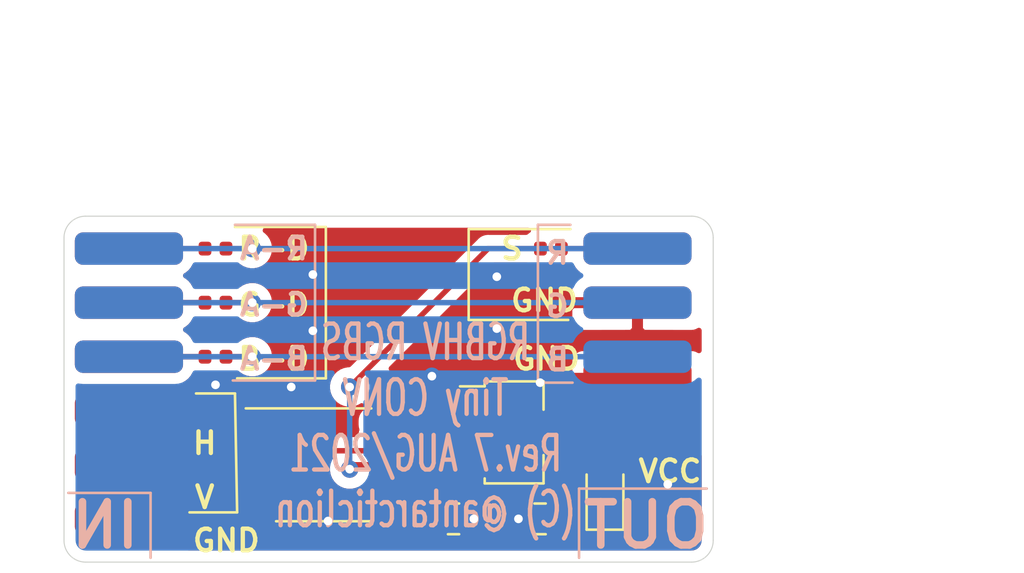
<source format=kicad_pcb>
(kicad_pcb (version 20171130) (host pcbnew "(5.1.6)-1")

  (general
    (thickness 1.6)
    (drawings 49)
    (tracks 103)
    (zones 0)
    (modules 29)
    (nets 21)
  )

  (page A4)
  (layers
    (0 F.Cu signal)
    (31 B.Cu signal)
    (32 B.Adhes user)
    (33 F.Adhes user)
    (34 B.Paste user)
    (35 F.Paste user)
    (36 B.SilkS user)
    (37 F.SilkS user)
    (38 B.Mask user)
    (39 F.Mask user)
    (40 Dwgs.User user)
    (41 Cmts.User user)
    (42 Eco1.User user)
    (43 Eco2.User user)
    (44 Edge.Cuts user)
    (45 Margin user)
    (46 B.CrtYd user)
    (47 F.CrtYd user)
    (48 B.Fab user)
    (49 F.Fab user)
  )

  (setup
    (last_trace_width 0.25)
    (trace_clearance 0.2)
    (zone_clearance 0.508)
    (zone_45_only no)
    (trace_min 0.2)
    (via_size 0.8)
    (via_drill 0.4)
    (via_min_size 0.4)
    (via_min_drill 0.3)
    (uvia_size 0.3)
    (uvia_drill 0.1)
    (uvias_allowed no)
    (uvia_min_size 0.2)
    (uvia_min_drill 0.1)
    (edge_width 0.05)
    (segment_width 0.2)
    (pcb_text_width 0.3)
    (pcb_text_size 1.5 1.5)
    (mod_edge_width 0.12)
    (mod_text_size 1 1)
    (mod_text_width 0.15)
    (pad_size 5 1.5)
    (pad_drill 0)
    (pad_to_mask_clearance 0.05)
    (aux_axis_origin 55 56)
    (grid_origin 55 56)
    (visible_elements 7FFFFFFF)
    (pcbplotparams
      (layerselection 0x010fc_ffffffff)
      (usegerberextensions true)
      (usegerberattributes true)
      (usegerberadvancedattributes true)
      (creategerberjobfile true)
      (excludeedgelayer true)
      (linewidth 0.100000)
      (plotframeref false)
      (viasonmask false)
      (mode 1)
      (useauxorigin false)
      (hpglpennumber 1)
      (hpglpenspeed 20)
      (hpglpendiameter 15.000000)
      (psnegative false)
      (psa4output false)
      (plotreference true)
      (plotvalue true)
      (plotinvisibletext false)
      (padsonsilk false)
      (subtractmaskfromsilk false)
      (outputformat 1)
      (mirror false)
      (drillshape 0)
      (scaleselection 1)
      (outputdirectory "gerber/"))
  )

  (net 0 "")
  (net 1 GND)
  (net 2 "Net-(R1-Pad2)")
  (net 3 CSYNC)
  (net 4 "Net-(C6-Pad1)")
  (net 5 VSYNC)
  (net 6 HSYNC)
  (net 7 CSYNC_INV)
  (net 8 "Net-(U2-Pad8)")
  (net 9 "Net-(U2-Pad6)")
  (net 10 "Net-(D2-Pad2)")
  (net 11 "Net-(C3-Pad1)")
  (net 12 "Net-(J1-Pad1)")
  (net 13 "Net-(J10-Pad1)")
  (net 14 "Net-(J12-Pad1)")
  (net 15 "Net-(J4-Pad1)")
  (net 16 "Net-(J9-Pad1)")
  (net 17 "Net-(J11-Pad1)")
  (net 18 "Net-(J13-Pad1)")
  (net 19 "Net-(J14-Pad1)")
  (net 20 "Net-(J15-Pad1)")

  (net_class Default "This is the default net class."
    (clearance 0.2)
    (trace_width 0.25)
    (via_dia 0.8)
    (via_drill 0.4)
    (uvia_dia 0.3)
    (uvia_drill 0.1)
    (add_net CSYNC)
    (add_net CSYNC_INV)
    (add_net GND)
    (add_net HSYNC)
    (add_net "Net-(C3-Pad1)")
    (add_net "Net-(C6-Pad1)")
    (add_net "Net-(D2-Pad2)")
    (add_net "Net-(J1-Pad1)")
    (add_net "Net-(J10-Pad1)")
    (add_net "Net-(J11-Pad1)")
    (add_net "Net-(J12-Pad1)")
    (add_net "Net-(J13-Pad1)")
    (add_net "Net-(J14-Pad1)")
    (add_net "Net-(J15-Pad1)")
    (add_net "Net-(J4-Pad1)")
    (add_net "Net-(J9-Pad1)")
    (add_net "Net-(R1-Pad2)")
    (add_net "Net-(U2-Pad6)")
    (add_net "Net-(U2-Pad8)")
    (add_net VSYNC)
  )

  (module ryuk_lib:PAD (layer F.Cu) (tedit 61068ADB) (tstamp 6106ED01)
    (at 58 54)
    (path /6107E55A)
    (fp_text reference J16 (at -4 0) (layer F.Fab)
      (effects (font (size 1 1) (thickness 0.15)))
    )
    (fp_text value GND_IN (at 5.5 0) (layer F.Fab)
      (effects (font (size 1 1) (thickness 0.15)))
    )
    (pad 1 smd roundrect (at 0 0) (size 5 1.5) (layers F.Cu F.Paste F.Mask) (roundrect_rratio 0.25)
      (net 1 GND))
  )

  (module ryuk_lib:PAD (layer F.Cu) (tedit 61068B56) (tstamp 6106ECFC)
    (at 58 51.5)
    (path /6107E564)
    (fp_text reference J15 (at -4 0) (layer F.Fab)
      (effects (font (size 1 1) (thickness 0.15)))
    )
    (fp_text value VSYNC_IN (at 6.5 0) (layer F.Fab)
      (effects (font (size 1 1) (thickness 0.15)))
    )
    (pad 1 smd roundrect (at 0 0) (size 5 1.5) (layers F.Cu F.Paste F.Mask) (roundrect_rratio 0.25)
      (net 20 "Net-(J15-Pad1)"))
  )

  (module ryuk_lib:PAD (layer F.Cu) (tedit 61068B5E) (tstamp 6106ECF7)
    (at 58 49)
    (path /6107E56E)
    (fp_text reference J14 (at -4 0) (layer F.Fab)
      (effects (font (size 1 1) (thickness 0.15)))
    )
    (fp_text value HSYNC_IN (at 6.5 0) (layer F.Fab)
      (effects (font (size 1 1) (thickness 0.15)))
    )
    (pad 1 smd roundrect (at 0 0) (size 5 1.5) (layers F.Cu F.Paste F.Mask) (roundrect_rratio 0.25)
      (net 19 "Net-(J14-Pad1)"))
  )

  (module ryuk_lib:PAD (layer F.Cu) (tedit 61068ACA) (tstamp 6106ECF2)
    (at 58 46.5)
    (path /6107E578)
    (fp_text reference J13 (at -4.5 0) (layer F.Fab)
      (effects (font (size 1 1) (thickness 0.15)))
    )
    (fp_text value DB_IN (at 5 0) (layer F.Fab)
      (effects (font (size 1 1) (thickness 0.15)))
    )
    (pad 1 smd roundrect (at 0 0) (size 5 1.5) (layers F.Cu F.Paste F.Mask) (roundrect_rratio 0.25)
      (net 18 "Net-(J13-Pad1)"))
  )

  (module ryuk_lib:PAD (layer B.Cu) (tedit 61068B47) (tstamp 6106ECED)
    (at 58 46.5)
    (path /610749D5)
    (fp_text reference J12 (at -4.5 0) (layer B.Fab)
      (effects (font (size 1 1) (thickness 0.15)) (justify mirror))
    )
    (fp_text value AB_IN (at 5 0) (layer B.Fab)
      (effects (font (size 1 1) (thickness 0.15)) (justify mirror))
    )
    (pad 1 smd roundrect (at 0 0) (size 5 1.5) (layers B.Cu B.Paste B.Mask) (roundrect_rratio 0.25)
      (net 14 "Net-(J12-Pad1)"))
  )

  (module ryuk_lib:PAD (layer F.Cu) (tedit 61068AD3) (tstamp 6106ECE8)
    (at 58 44)
    (path /610749DF)
    (fp_text reference J11 (at -4 0) (layer F.Fab)
      (effects (font (size 1 1) (thickness 0.15)))
    )
    (fp_text value DG_IN (at 5 0) (layer F.Fab)
      (effects (font (size 1 1) (thickness 0.15)))
    )
    (pad 1 smd roundrect (at 0 0) (size 5 1.5) (layers F.Cu F.Paste F.Mask) (roundrect_rratio 0.25)
      (net 17 "Net-(J11-Pad1)"))
  )

  (module ryuk_lib:PAD (layer B.Cu) (tedit 61068B3F) (tstamp 6106ECE3)
    (at 58 44)
    (path /610749E9)
    (fp_text reference J10 (at -4.5 0) (layer B.Fab)
      (effects (font (size 1 1) (thickness 0.15)) (justify mirror))
    )
    (fp_text value AG_IN (at 5 0) (layer B.Fab)
      (effects (font (size 1 1) (thickness 0.15)) (justify mirror))
    )
    (pad 1 smd roundrect (at 0 0) (size 5 1.5) (layers B.Cu B.Paste B.Mask) (roundrect_rratio 0.25)
      (net 13 "Net-(J10-Pad1)"))
  )

  (module ryuk_lib:PAD (layer F.Cu) (tedit 61068B4E) (tstamp 6106ECDE)
    (at 58 41.5)
    (path /610749F3)
    (fp_text reference J9 (at -4 0) (layer F.Fab)
      (effects (font (size 1 1) (thickness 0.15)))
    )
    (fp_text value DR_IN (at 5 0) (layer F.Fab)
      (effects (font (size 1 1) (thickness 0.15)))
    )
    (pad 1 smd roundrect (at 0 0) (size 5 1.5) (layers F.Cu F.Paste F.Mask) (roundrect_rratio 0.25)
      (net 16 "Net-(J9-Pad1)"))
  )

  (module ryuk_lib:PAD (layer B.Cu) (tedit 61068A82) (tstamp 6106ECD9)
    (at 58 41.5)
    (path /610749FD)
    (fp_text reference J8 (at -4 0) (layer B.Fab)
      (effects (font (size 1 1) (thickness 0.15)) (justify mirror))
    )
    (fp_text value AR_IN (at 5 0) (layer B.Fab)
      (effects (font (size 1 1) (thickness 0.15)) (justify mirror))
    )
    (pad 1 smd roundrect (at 0 0) (size 5 1.5) (layers B.Cu B.Paste B.Mask) (roundrect_rratio 0.25)
      (net 12 "Net-(J1-Pad1)"))
  )

  (module ryuk_lib:PAD (layer F.Cu) (tedit 61068B37) (tstamp 6106ECD4)
    (at 81.5 47.5)
    (path /61085F9D)
    (fp_text reference J7 (at 0 -1.9) (layer F.Fab)
      (effects (font (size 1 1) (thickness 0.15)))
    )
    (fp_text value GND (at 0 1.9) (layer F.Fab)
      (effects (font (size 1 1) (thickness 0.15)))
    )
    (pad 1 smd roundrect (at 0 0) (size 5 1.5) (layers F.Cu F.Paste F.Mask) (roundrect_rratio 0.25)
      (net 1 GND))
  )

  (module ryuk_lib:PAD (layer F.Cu) (tedit 61068A78) (tstamp 6106ECCF)
    (at 81.5 50)
    (path /61087E5E)
    (fp_text reference J6 (at -4 0) (layer F.Fab)
      (effects (font (size 1 1) (thickness 0.15)))
    )
    (fp_text value VCC (at 4.5 0) (layer F.Fab)
      (effects (font (size 1 1) (thickness 0.15)))
    )
    (pad 1 smd roundrect (at 0 0) (size 5 1.5) (layers F.Cu F.Paste F.Mask) (roundrect_rratio 0.25)
      (net 10 "Net-(D2-Pad2)"))
  )

  (module ryuk_lib:PAD (layer F.Cu) (tedit 61068B21) (tstamp 6106ECCA)
    (at 81.5 44)
    (path /61072AEB)
    (fp_text reference J5 (at 4 0) (layer F.Fab)
      (effects (font (size 1 1) (thickness 0.15)))
    )
    (fp_text value GND_OUT (at -6 0) (layer F.Fab)
      (effects (font (size 1 1) (thickness 0.15)))
    )
    (pad 1 smd roundrect (at 0 0) (size 5 1.5) (layers F.Cu F.Paste F.Mask) (roundrect_rratio 0.25)
      (net 1 GND))
  )

  (module ryuk_lib:PAD (layer F.Cu) (tedit 61068A6E) (tstamp 6106ECC5)
    (at 81.5 41.5)
    (path /61070A96)
    (fp_text reference J4 (at 4 0) (layer F.Fab)
      (effects (font (size 1 1) (thickness 0.15)))
    )
    (fp_text value CSYNC_OUT (at -7 0) (layer F.Fab)
      (effects (font (size 1 1) (thickness 0.15)))
    )
    (pad 1 smd roundrect (at 0 0) (size 5 1.5) (layers F.Cu F.Paste F.Mask) (roundrect_rratio 0.25)
      (net 15 "Net-(J4-Pad1)"))
  )

  (module ryuk_lib:PAD (layer B.Cu) (tedit 61068B66) (tstamp 6106ECC0)
    (at 81.5 46.5)
    (path /61070A8C)
    (fp_text reference J3 (at 4 0) (layer B.Fab)
      (effects (font (size 1 1) (thickness 0.15)) (justify mirror))
    )
    (fp_text value AB_OUT (at -6 0) (layer B.Fab)
      (effects (font (size 1 1) (thickness 0.15)) (justify mirror))
    )
    (pad 1 smd roundrect (at 0 0) (size 5 1.5) (layers B.Cu B.Paste B.Mask) (roundrect_rratio 0.25)
      (net 14 "Net-(J12-Pad1)"))
  )

  (module ryuk_lib:PAD (layer B.Cu) (tedit 61068A64) (tstamp 6106ECBB)
    (at 81.5 44)
    (path /6106EB93)
    (fp_text reference J2 (at 4 0) (layer B.Fab)
      (effects (font (size 1 1) (thickness 0.15)) (justify mirror))
    )
    (fp_text value AG_OUT (at -6 0) (layer B.Fab)
      (effects (font (size 1 1) (thickness 0.15)) (justify mirror))
    )
    (pad 1 smd roundrect (at 0 0) (size 5 1.5) (layers B.Cu B.Paste B.Mask) (roundrect_rratio 0.25)
      (net 13 "Net-(J10-Pad1)"))
  )

  (module ryuk_lib:PAD (layer B.Cu) (tedit 61068A5C) (tstamp 6106ECB6)
    (at 81.5 41.5)
    (path /6106A8D5)
    (fp_text reference J1 (at 4 0) (layer B.Fab)
      (effects (font (size 1 1) (thickness 0.15)) (justify mirror))
    )
    (fp_text value AR_OUT (at -6 0) (layer B.Fab)
      (effects (font (size 1 1) (thickness 0.15)) (justify mirror))
    )
    (pad 1 smd roundrect (at 0 0) (size 5 1.5) (layers B.Cu B.Paste B.Mask) (roundrect_rratio 0.25)
      (net 12 "Net-(J1-Pad1)"))
  )

  (module Resistor_SMD:R_0402_1005Metric (layer F.Cu) (tedit 5B301BBD) (tstamp 6049BB07)
    (at 77.5 41.5)
    (descr "Resistor SMD 0402 (1005 Metric), square (rectangular) end terminal, IPC_7351 nominal, (Body size source: http://www.tortai-tech.com/upload/download/2011102023233369053.pdf), generated with kicad-footprint-generator")
    (tags resistor)
    (path /604B1BC1)
    (attr smd)
    (fp_text reference R7 (at 0 -1.17) (layer F.SilkS) hide
      (effects (font (size 1 1) (thickness 0.15)))
    )
    (fp_text value 150R (at 0 1.17) (layer F.Fab)
      (effects (font (size 1 1) (thickness 0.15)))
    )
    (fp_line (start -0.5 0.25) (end -0.5 -0.25) (layer F.Fab) (width 0.1))
    (fp_line (start -0.5 -0.25) (end 0.5 -0.25) (layer F.Fab) (width 0.1))
    (fp_line (start 0.5 -0.25) (end 0.5 0.25) (layer F.Fab) (width 0.1))
    (fp_line (start 0.5 0.25) (end -0.5 0.25) (layer F.Fab) (width 0.1))
    (fp_line (start -0.93 0.47) (end -0.93 -0.47) (layer F.CrtYd) (width 0.05))
    (fp_line (start -0.93 -0.47) (end 0.93 -0.47) (layer F.CrtYd) (width 0.05))
    (fp_line (start 0.93 -0.47) (end 0.93 0.47) (layer F.CrtYd) (width 0.05))
    (fp_line (start 0.93 0.47) (end -0.93 0.47) (layer F.CrtYd) (width 0.05))
    (fp_text user %R (at 0 0) (layer F.Fab)
      (effects (font (size 0.25 0.25) (thickness 0.04)))
    )
    (pad 2 smd roundrect (at 0.485 0) (size 0.59 0.64) (layers F.Cu F.Paste F.Mask) (roundrect_rratio 0.25)
      (net 15 "Net-(J4-Pad1)"))
    (pad 1 smd roundrect (at -0.485 0) (size 0.59 0.64) (layers F.Cu F.Paste F.Mask) (roundrect_rratio 0.25)
      (net 3 CSYNC))
    (model ${KISYS3DMOD}/Resistor_SMD.3dshapes/R_0402_1005Metric.wrl
      (at (xyz 0 0 0))
      (scale (xyz 1 1 1))
      (rotate (xyz 0 0 0))
    )
  )

  (module Package_SO:TSSOP-14_4.4x5mm_P0.65mm (layer F.Cu) (tedit 5E476F32) (tstamp 602095EF)
    (at 67 51.5)
    (descr "TSSOP, 14 Pin (JEDEC MO-153 Var AB-1 https://www.jedec.org/document_search?search_api_views_fulltext=MO-153), generated with kicad-footprint-generator ipc_gullwing_generator.py")
    (tags "TSSOP SO")
    (path /602089B6)
    (attr smd)
    (fp_text reference U2 (at 0 -3.45) (layer F.SilkS) hide
      (effects (font (size 1 1) (thickness 0.15)))
    )
    (fp_text value SN74AHC86PWR (at 2.5 -6) (layer F.SilkS) hide
      (effects (font (size 1 1) (thickness 0.15)))
    )
    (fp_line (start 0 2.61) (end 2.2 2.61) (layer F.SilkS) (width 0.12))
    (fp_line (start 0 2.61) (end -2.2 2.61) (layer F.SilkS) (width 0.12))
    (fp_line (start 0 -2.61) (end 2.2 -2.61) (layer F.SilkS) (width 0.12))
    (fp_line (start 0 -2.61) (end -3.6 -2.61) (layer F.SilkS) (width 0.12))
    (fp_line (start -1.2 -2.5) (end 2.2 -2.5) (layer F.Fab) (width 0.1))
    (fp_line (start 2.2 -2.5) (end 2.2 2.5) (layer F.Fab) (width 0.1))
    (fp_line (start 2.2 2.5) (end -2.2 2.5) (layer F.Fab) (width 0.1))
    (fp_line (start -2.2 2.5) (end -2.2 -1.5) (layer F.Fab) (width 0.1))
    (fp_line (start -2.2 -1.5) (end -1.2 -2.5) (layer F.Fab) (width 0.1))
    (fp_line (start -3.85 -2.75) (end -3.85 2.75) (layer F.CrtYd) (width 0.05))
    (fp_line (start -3.85 2.75) (end 3.85 2.75) (layer F.CrtYd) (width 0.05))
    (fp_line (start 3.85 2.75) (end 3.85 -2.75) (layer F.CrtYd) (width 0.05))
    (fp_line (start 3.85 -2.75) (end -3.85 -2.75) (layer F.CrtYd) (width 0.05))
    (fp_text user %R (at 0 0) (layer F.Fab)
      (effects (font (size 1 1) (thickness 0.15)))
    )
    (pad 14 smd roundrect (at 2.8625 -1.95) (size 1.475 0.4) (layers F.Cu F.Paste F.Mask) (roundrect_rratio 0.25)
      (net 4 "Net-(C6-Pad1)"))
    (pad 13 smd roundrect (at 2.8625 -1.3) (size 1.475 0.4) (layers F.Cu F.Paste F.Mask) (roundrect_rratio 0.25)
      (net 2 "Net-(R1-Pad2)"))
    (pad 12 smd roundrect (at 2.8625 -0.65) (size 1.475 0.4) (layers F.Cu F.Paste F.Mask) (roundrect_rratio 0.25)
      (net 7 CSYNC_INV))
    (pad 11 smd roundrect (at 2.8625 0) (size 1.475 0.4) (layers F.Cu F.Paste F.Mask) (roundrect_rratio 0.25)
      (net 3 CSYNC))
    (pad 10 smd roundrect (at 2.8625 0.65) (size 1.475 0.4) (layers F.Cu F.Paste F.Mask) (roundrect_rratio 0.25)
      (net 1 GND))
    (pad 9 smd roundrect (at 2.8625 1.3) (size 1.475 0.4) (layers F.Cu F.Paste F.Mask) (roundrect_rratio 0.25)
      (net 1 GND))
    (pad 8 smd roundrect (at 2.8625 1.95) (size 1.475 0.4) (layers F.Cu F.Paste F.Mask) (roundrect_rratio 0.25)
      (net 8 "Net-(U2-Pad8)"))
    (pad 7 smd roundrect (at -2.8625 1.95) (size 1.475 0.4) (layers F.Cu F.Paste F.Mask) (roundrect_rratio 0.25)
      (net 1 GND))
    (pad 6 smd roundrect (at -2.8625 1.3) (size 1.475 0.4) (layers F.Cu F.Paste F.Mask) (roundrect_rratio 0.25)
      (net 9 "Net-(U2-Pad6)"))
    (pad 5 smd roundrect (at -2.8625 0.65) (size 1.475 0.4) (layers F.Cu F.Paste F.Mask) (roundrect_rratio 0.25)
      (net 1 GND))
    (pad 4 smd roundrect (at -2.8625 0) (size 1.475 0.4) (layers F.Cu F.Paste F.Mask) (roundrect_rratio 0.25)
      (net 1 GND))
    (pad 3 smd roundrect (at -2.8625 -0.65) (size 1.475 0.4) (layers F.Cu F.Paste F.Mask) (roundrect_rratio 0.25)
      (net 7 CSYNC_INV))
    (pad 2 smd roundrect (at -2.8625 -1.3) (size 1.475 0.4) (layers F.Cu F.Paste F.Mask) (roundrect_rratio 0.25)
      (net 5 VSYNC))
    (pad 1 smd roundrect (at -2.8625 -1.95) (size 1.475 0.4) (layers F.Cu F.Paste F.Mask) (roundrect_rratio 0.25)
      (net 6 HSYNC))
    (model ${KISYS3DMOD}/Package_SO.3dshapes/TSSOP-14_4.4x5mm_P0.65mm.wrl
      (at (xyz 0 0 0))
      (scale (xyz 1 1 1))
      (rotate (xyz 0 0 0))
    )
  )

  (module Package_TO_SOT_SMD:SOT-89-3 (layer F.Cu) (tedit 5C33D6E8) (tstamp 6049BB1F)
    (at 75.5 50)
    (descr "SOT-89-3, http://ww1.microchip.com/downloads/en/DeviceDoc/3L_SOT-89_MB_C04-029C.pdf")
    (tags SOT-89-3)
    (path /604C1E67)
    (attr smd)
    (fp_text reference U1 (at 0.3 -3.5) (layer F.SilkS) hide
      (effects (font (size 1 1) (thickness 0.15)))
    )
    (fp_text value HT7533-1-SOT89 (at 3 -1.5 270) (layer F.SilkS) hide
      (effects (font (size 1 1) (thickness 0.15)))
    )
    (fp_line (start 1.66 1.05) (end 1.66 2.36) (layer F.SilkS) (width 0.12))
    (fp_line (start 1.66 2.36) (end -1.06 2.36) (layer F.SilkS) (width 0.12))
    (fp_line (start -2.2 -2.13) (end -1.06 -2.13) (layer F.SilkS) (width 0.12))
    (fp_line (start 1.66 -2.36) (end 1.66 -1.05) (layer F.SilkS) (width 0.12))
    (fp_line (start -0.95 -1.25) (end 0.05 -2.25) (layer F.Fab) (width 0.1))
    (fp_line (start 1.55 -2.25) (end 1.55 2.25) (layer F.Fab) (width 0.1))
    (fp_line (start 1.55 2.25) (end -0.95 2.25) (layer F.Fab) (width 0.1))
    (fp_line (start -0.95 2.25) (end -0.95 -1.25) (layer F.Fab) (width 0.1))
    (fp_line (start 0.05 -2.25) (end 1.55 -2.25) (layer F.Fab) (width 0.1))
    (fp_line (start 2.55 -2.5) (end 2.55 2.5) (layer F.CrtYd) (width 0.05))
    (fp_line (start 2.55 -2.5) (end -2.55 -2.5) (layer F.CrtYd) (width 0.05))
    (fp_line (start -2.55 2.5) (end 2.55 2.5) (layer F.CrtYd) (width 0.05))
    (fp_line (start -2.55 2.5) (end -2.55 -2.5) (layer F.CrtYd) (width 0.05))
    (fp_line (start -1.06 -2.36) (end 1.66 -2.36) (layer F.SilkS) (width 0.12))
    (fp_line (start -1.06 -2.36) (end -1.06 -2.13) (layer F.SilkS) (width 0.12))
    (fp_line (start -1.06 2.36) (end -1.06 2.13) (layer F.SilkS) (width 0.12))
    (fp_text user %R (at 0.5 0 90) (layer F.Fab)
      (effects (font (size 1 1) (thickness 0.15)))
    )
    (pad 2 smd custom (at -1.5625 0) (size 1.475 0.9) (layers F.Cu F.Paste F.Mask)
      (net 11 "Net-(C3-Pad1)") (zone_connect 2)
      (options (clearance outline) (anchor rect))
      (primitives
        (gr_poly (pts
           (xy 0.7375 -0.8665) (xy 3.8625 -0.8665) (xy 3.8625 0.8665) (xy 0.7375 0.8665)) (width 0))
      ))
    (pad 3 smd rect (at -1.65 1.5) (size 1.3 0.9) (layers F.Cu F.Paste F.Mask)
      (net 4 "Net-(C6-Pad1)"))
    (pad 1 smd rect (at -1.65 -1.5) (size 1.3 0.9) (layers F.Cu F.Paste F.Mask)
      (net 1 GND))
    (model ${KISYS3DMOD}/Package_TO_SOT_SMD.3dshapes/SOT-89-3.wrl
      (at (xyz 0 0 0))
      (scale (xyz 1 1 1))
      (rotate (xyz 0 0 0))
    )
  )

  (module Diode_SMD:D_SOD-323 (layer F.Cu) (tedit 58641739) (tstamp 6020940F)
    (at 80 53 90)
    (descr SOD-323)
    (tags SOD-323)
    (path /60295CF2)
    (attr smd)
    (fp_text reference D2 (at 0 -1.85 90) (layer F.SilkS) hide
      (effects (font (size 1 1) (thickness 0.15)))
    )
    (fp_text value BAT60JFILM (at 0.7 -5.3) (layer F.SilkS) hide
      (effects (font (size 1 1) (thickness 0.15)))
    )
    (fp_line (start -1.5 -0.85) (end 1.05 -0.85) (layer F.SilkS) (width 0.12))
    (fp_line (start -1.5 0.85) (end 1.05 0.85) (layer F.SilkS) (width 0.12))
    (fp_line (start -1.6 -0.95) (end -1.6 0.95) (layer F.CrtYd) (width 0.05))
    (fp_line (start -1.6 0.95) (end 1.6 0.95) (layer F.CrtYd) (width 0.05))
    (fp_line (start 1.6 -0.95) (end 1.6 0.95) (layer F.CrtYd) (width 0.05))
    (fp_line (start -1.6 -0.95) (end 1.6 -0.95) (layer F.CrtYd) (width 0.05))
    (fp_line (start -0.9 -0.7) (end 0.9 -0.7) (layer F.Fab) (width 0.1))
    (fp_line (start 0.9 -0.7) (end 0.9 0.7) (layer F.Fab) (width 0.1))
    (fp_line (start 0.9 0.7) (end -0.9 0.7) (layer F.Fab) (width 0.1))
    (fp_line (start -0.9 0.7) (end -0.9 -0.7) (layer F.Fab) (width 0.1))
    (fp_line (start -0.3 -0.35) (end -0.3 0.35) (layer F.Fab) (width 0.1))
    (fp_line (start -0.3 0) (end -0.5 0) (layer F.Fab) (width 0.1))
    (fp_line (start -0.3 0) (end 0.2 -0.35) (layer F.Fab) (width 0.1))
    (fp_line (start 0.2 -0.35) (end 0.2 0.35) (layer F.Fab) (width 0.1))
    (fp_line (start 0.2 0.35) (end -0.3 0) (layer F.Fab) (width 0.1))
    (fp_line (start 0.2 0) (end 0.45 0) (layer F.Fab) (width 0.1))
    (fp_line (start -1.5 -0.85) (end -1.5 0.85) (layer F.SilkS) (width 0.12))
    (fp_text user %R (at 0 -1.85 90) (layer F.Fab)
      (effects (font (size 1 1) (thickness 0.15)))
    )
    (pad 2 smd rect (at 1.05 0 90) (size 0.6 0.45) (layers F.Cu F.Paste F.Mask)
      (net 10 "Net-(D2-Pad2)"))
    (pad 1 smd rect (at -1.05 0 90) (size 0.6 0.45) (layers F.Cu F.Paste F.Mask)
      (net 11 "Net-(C3-Pad1)"))
    (model ${KISYS3DMOD}/Diode_SMD.3dshapes/D_SOD-323.wrl
      (at (xyz 0 0 0))
      (scale (xyz 1 1 1))
      (rotate (xyz 0 0 0))
    )
  )

  (module Resistor_SMD:R_0402_1005Metric (layer F.Cu) (tedit 5B301BBD) (tstamp 602095A1)
    (at 62 51.5 180)
    (descr "Resistor SMD 0402 (1005 Metric), square (rectangular) end terminal, IPC_7351 nominal, (Body size source: http://www.tortai-tech.com/upload/download/2011102023233369053.pdf), generated with kicad-footprint-generator")
    (tags resistor)
    (path /602037CF)
    (attr smd)
    (fp_text reference R6 (at 0 -1.17) (layer F.SilkS) hide
      (effects (font (size 1 1) (thickness 0.15)))
    )
    (fp_text value R150 (at 0 1.17) (layer F.Fab)
      (effects (font (size 1 1) (thickness 0.15)))
    )
    (fp_line (start 0.93 0.47) (end -0.93 0.47) (layer F.CrtYd) (width 0.05))
    (fp_line (start 0.93 -0.47) (end 0.93 0.47) (layer F.CrtYd) (width 0.05))
    (fp_line (start -0.93 -0.47) (end 0.93 -0.47) (layer F.CrtYd) (width 0.05))
    (fp_line (start -0.93 0.47) (end -0.93 -0.47) (layer F.CrtYd) (width 0.05))
    (fp_line (start 0.5 0.25) (end -0.5 0.25) (layer F.Fab) (width 0.1))
    (fp_line (start 0.5 -0.25) (end 0.5 0.25) (layer F.Fab) (width 0.1))
    (fp_line (start -0.5 -0.25) (end 0.5 -0.25) (layer F.Fab) (width 0.1))
    (fp_line (start -0.5 0.25) (end -0.5 -0.25) (layer F.Fab) (width 0.1))
    (fp_text user %R (at 0 0) (layer F.Fab)
      (effects (font (size 0.25 0.25) (thickness 0.04)))
    )
    (pad 2 smd roundrect (at 0.485 0 180) (size 0.59 0.64) (layers F.Cu F.Paste F.Mask) (roundrect_rratio 0.25)
      (net 20 "Net-(J15-Pad1)"))
    (pad 1 smd roundrect (at -0.485 0 180) (size 0.59 0.64) (layers F.Cu F.Paste F.Mask) (roundrect_rratio 0.25)
      (net 5 VSYNC))
    (model ${KISYS3DMOD}/Resistor_SMD.3dshapes/R_0402_1005Metric.wrl
      (at (xyz 0 0 0))
      (scale (xyz 1 1 1))
      (rotate (xyz 0 0 0))
    )
  )

  (module Resistor_SMD:R_0402_1005Metric (layer F.Cu) (tedit 5B301BBD) (tstamp 60209592)
    (at 62 49 180)
    (descr "Resistor SMD 0402 (1005 Metric), square (rectangular) end terminal, IPC_7351 nominal, (Body size source: http://www.tortai-tech.com/upload/download/2011102023233369053.pdf), generated with kicad-footprint-generator")
    (tags resistor)
    (path /60204A70)
    (attr smd)
    (fp_text reference R2 (at 0 -1.17) (layer F.SilkS) hide
      (effects (font (size 1 1) (thickness 0.15)))
    )
    (fp_text value R150 (at 0 1.17) (layer F.Fab)
      (effects (font (size 1 1) (thickness 0.15)))
    )
    (fp_line (start 0.93 0.47) (end -0.93 0.47) (layer F.CrtYd) (width 0.05))
    (fp_line (start 0.93 -0.47) (end 0.93 0.47) (layer F.CrtYd) (width 0.05))
    (fp_line (start -0.93 -0.47) (end 0.93 -0.47) (layer F.CrtYd) (width 0.05))
    (fp_line (start -0.93 0.47) (end -0.93 -0.47) (layer F.CrtYd) (width 0.05))
    (fp_line (start 0.5 0.25) (end -0.5 0.25) (layer F.Fab) (width 0.1))
    (fp_line (start 0.5 -0.25) (end 0.5 0.25) (layer F.Fab) (width 0.1))
    (fp_line (start -0.5 -0.25) (end 0.5 -0.25) (layer F.Fab) (width 0.1))
    (fp_line (start -0.5 0.25) (end -0.5 -0.25) (layer F.Fab) (width 0.1))
    (fp_text user %R (at 0 0) (layer F.Fab)
      (effects (font (size 0.25 0.25) (thickness 0.04)))
    )
    (pad 2 smd roundrect (at 0.485 0 180) (size 0.59 0.64) (layers F.Cu F.Paste F.Mask) (roundrect_rratio 0.25)
      (net 19 "Net-(J14-Pad1)"))
    (pad 1 smd roundrect (at -0.485 0 180) (size 0.59 0.64) (layers F.Cu F.Paste F.Mask) (roundrect_rratio 0.25)
      (net 6 HSYNC))
    (model ${KISYS3DMOD}/Resistor_SMD.3dshapes/R_0402_1005Metric.wrl
      (at (xyz 0 0 0))
      (scale (xyz 1 1 1))
      (rotate (xyz 0 0 0))
    )
  )

  (module Capacitor_SMD:C_0402_1005Metric (layer F.Cu) (tedit 5B301BBE) (tstamp 602093DF)
    (at 70 48)
    (descr "Capacitor SMD 0402 (1005 Metric), square (rectangular) end terminal, IPC_7351 nominal, (Body size source: http://www.tortai-tech.com/upload/download/2011102023233369053.pdf), generated with kicad-footprint-generator")
    (tags capacitor)
    (path /6029DB67)
    (attr smd)
    (fp_text reference C9 (at 0 -1.17) (layer F.SilkS) hide
      (effects (font (size 1 1) (thickness 0.15)))
    )
    (fp_text value 0.1uF (at 0 1.17) (layer F.Fab)
      (effects (font (size 1 1) (thickness 0.15)))
    )
    (fp_line (start 0.93 0.47) (end -0.93 0.47) (layer F.CrtYd) (width 0.05))
    (fp_line (start 0.93 -0.47) (end 0.93 0.47) (layer F.CrtYd) (width 0.05))
    (fp_line (start -0.93 -0.47) (end 0.93 -0.47) (layer F.CrtYd) (width 0.05))
    (fp_line (start -0.93 0.47) (end -0.93 -0.47) (layer F.CrtYd) (width 0.05))
    (fp_line (start 0.5 0.25) (end -0.5 0.25) (layer F.Fab) (width 0.1))
    (fp_line (start 0.5 -0.25) (end 0.5 0.25) (layer F.Fab) (width 0.1))
    (fp_line (start -0.5 -0.25) (end 0.5 -0.25) (layer F.Fab) (width 0.1))
    (fp_line (start -0.5 0.25) (end -0.5 -0.25) (layer F.Fab) (width 0.1))
    (fp_text user %R (at 0 0) (layer F.Fab)
      (effects (font (size 0.25 0.25) (thickness 0.04)))
    )
    (pad 2 smd roundrect (at 0.485 0) (size 0.59 0.64) (layers F.Cu F.Paste F.Mask) (roundrect_rratio 0.25)
      (net 1 GND))
    (pad 1 smd roundrect (at -0.485 0) (size 0.59 0.64) (layers F.Cu F.Paste F.Mask) (roundrect_rratio 0.25)
      (net 4 "Net-(C6-Pad1)"))
    (model ${KISYS3DMOD}/Capacitor_SMD.3dshapes/C_0402_1005Metric.wrl
      (at (xyz 0 0 0))
      (scale (xyz 1 1 1))
      (rotate (xyz 0 0 0))
    )
  )

  (module Resistor_SMD:R_0402_1005Metric (layer F.Cu) (tedit 5B301BBD) (tstamp 5F3D8557)
    (at 72 49.5 270)
    (descr "Resistor SMD 0402 (1005 Metric), square (rectangular) end terminal, IPC_7351 nominal, (Body size source: http://www.tortai-tech.com/upload/download/2011102023233369053.pdf), generated with kicad-footprint-generator")
    (tags resistor)
    (path /5F414225)
    (attr smd)
    (fp_text reference R1 (at 0 -1.17 90) (layer F.SilkS) hide
      (effects (font (size 1 1) (thickness 0.15)))
    )
    (fp_text value 10KR (at 0 1.17 90) (layer F.Fab) hide
      (effects (font (size 1 1) (thickness 0.15)))
    )
    (fp_line (start 0.93 0.47) (end -0.93 0.47) (layer F.CrtYd) (width 0.05))
    (fp_line (start 0.93 -0.47) (end 0.93 0.47) (layer F.CrtYd) (width 0.05))
    (fp_line (start -0.93 -0.47) (end 0.93 -0.47) (layer F.CrtYd) (width 0.05))
    (fp_line (start -0.93 0.47) (end -0.93 -0.47) (layer F.CrtYd) (width 0.05))
    (fp_line (start 0.5 0.25) (end -0.5 0.25) (layer F.Fab) (width 0.1))
    (fp_line (start 0.5 -0.25) (end 0.5 0.25) (layer F.Fab) (width 0.1))
    (fp_line (start -0.5 -0.25) (end 0.5 -0.25) (layer F.Fab) (width 0.1))
    (fp_line (start -0.5 0.25) (end -0.5 -0.25) (layer F.Fab) (width 0.1))
    (fp_text user %R (at 0.885 -0.8 90) (layer F.Fab)
      (effects (font (size 0.25 0.25) (thickness 0.04)))
    )
    (pad 2 smd roundrect (at 0.485 0 270) (size 0.59 0.64) (layers F.Cu F.Paste F.Mask) (roundrect_rratio 0.25)
      (net 2 "Net-(R1-Pad2)"))
    (pad 1 smd roundrect (at -0.485 0 270) (size 0.59 0.64) (layers F.Cu F.Paste F.Mask) (roundrect_rratio 0.25)
      (net 4 "Net-(C6-Pad1)"))
    (model ${KISYS3DMOD}/Resistor_SMD.3dshapes/R_0402_1005Metric.wrl
      (at (xyz 0 0 0))
      (scale (xyz 1 1 1))
      (rotate (xyz 0 0 0))
    )
  )

  (module Resistor_SMD:R_0402_1005Metric (layer F.Cu) (tedit 5B301BBD) (tstamp 5F3D8566)
    (at 62 41.5 180)
    (descr "Resistor SMD 0402 (1005 Metric), square (rectangular) end terminal, IPC_7351 nominal, (Body size source: http://www.tortai-tech.com/upload/download/2011102023233369053.pdf), generated with kicad-footprint-generator")
    (tags resistor)
    (path /5F3D4079)
    (attr smd)
    (fp_text reference R3 (at 0 1) (layer F.SilkS) hide
      (effects (font (size 1 1) (thickness 0.15)))
    )
    (fp_text value R150 (at 3 1.5) (layer F.Fab) hide
      (effects (font (size 1 1) (thickness 0.15)))
    )
    (fp_line (start -0.5 0.25) (end -0.5 -0.25) (layer F.Fab) (width 0.1))
    (fp_line (start -0.5 -0.25) (end 0.5 -0.25) (layer F.Fab) (width 0.1))
    (fp_line (start 0.5 -0.25) (end 0.5 0.25) (layer F.Fab) (width 0.1))
    (fp_line (start 0.5 0.25) (end -0.5 0.25) (layer F.Fab) (width 0.1))
    (fp_line (start -0.93 0.47) (end -0.93 -0.47) (layer F.CrtYd) (width 0.05))
    (fp_line (start -0.93 -0.47) (end 0.93 -0.47) (layer F.CrtYd) (width 0.05))
    (fp_line (start 0.93 -0.47) (end 0.93 0.47) (layer F.CrtYd) (width 0.05))
    (fp_line (start 0.93 0.47) (end -0.93 0.47) (layer F.CrtYd) (width 0.05))
    (fp_text user %R (at 0 0 90) (layer F.Fab)
      (effects (font (size 0.25 0.25) (thickness 0.04)))
    )
    (pad 1 smd roundrect (at -0.485 0 180) (size 0.59 0.64) (layers F.Cu F.Paste F.Mask) (roundrect_rratio 0.25)
      (net 12 "Net-(J1-Pad1)"))
    (pad 2 smd roundrect (at 0.485 0 180) (size 0.59 0.64) (layers F.Cu F.Paste F.Mask) (roundrect_rratio 0.25)
      (net 16 "Net-(J9-Pad1)"))
    (model ${KISYS3DMOD}/Resistor_SMD.3dshapes/R_0402_1005Metric.wrl
      (at (xyz 0 0 0))
      (scale (xyz 1 1 1))
      (rotate (xyz 0 0 0))
    )
  )

  (module Resistor_SMD:R_0402_1005Metric (layer F.Cu) (tedit 5B301BBD) (tstamp 5F3D8575)
    (at 62 44 180)
    (descr "Resistor SMD 0402 (1005 Metric), square (rectangular) end terminal, IPC_7351 nominal, (Body size source: http://www.tortai-tech.com/upload/download/2011102023233369053.pdf), generated with kicad-footprint-generator")
    (tags resistor)
    (path /5F3D4579)
    (attr smd)
    (fp_text reference R4 (at 0 -1.17) (layer F.SilkS) hide
      (effects (font (size 1 1) (thickness 0.15)))
    )
    (fp_text value R150 (at 0 1.17) (layer F.Fab) hide
      (effects (font (size 1 1) (thickness 0.15)))
    )
    (fp_line (start 0.93 0.47) (end -0.93 0.47) (layer F.CrtYd) (width 0.05))
    (fp_line (start 0.93 -0.47) (end 0.93 0.47) (layer F.CrtYd) (width 0.05))
    (fp_line (start -0.93 -0.47) (end 0.93 -0.47) (layer F.CrtYd) (width 0.05))
    (fp_line (start -0.93 0.47) (end -0.93 -0.47) (layer F.CrtYd) (width 0.05))
    (fp_line (start 0.5 0.25) (end -0.5 0.25) (layer F.Fab) (width 0.1))
    (fp_line (start 0.5 -0.25) (end 0.5 0.25) (layer F.Fab) (width 0.1))
    (fp_line (start -0.5 -0.25) (end 0.5 -0.25) (layer F.Fab) (width 0.1))
    (fp_line (start -0.5 0.25) (end -0.5 -0.25) (layer F.Fab) (width 0.1))
    (fp_text user %R (at 0 0) (layer F.Fab)
      (effects (font (size 0.25 0.25) (thickness 0.04)))
    )
    (pad 2 smd roundrect (at 0.485 0 180) (size 0.59 0.64) (layers F.Cu F.Paste F.Mask) (roundrect_rratio 0.25)
      (net 17 "Net-(J11-Pad1)"))
    (pad 1 smd roundrect (at -0.485 0 180) (size 0.59 0.64) (layers F.Cu F.Paste F.Mask) (roundrect_rratio 0.25)
      (net 13 "Net-(J10-Pad1)"))
    (model ${KISYS3DMOD}/Resistor_SMD.3dshapes/R_0402_1005Metric.wrl
      (at (xyz 0 0 0))
      (scale (xyz 1 1 1))
      (rotate (xyz 0 0 0))
    )
  )

  (module Resistor_SMD:R_0402_1005Metric (layer F.Cu) (tedit 5B301BBD) (tstamp 5F3D8584)
    (at 62 46.5 180)
    (descr "Resistor SMD 0402 (1005 Metric), square (rectangular) end terminal, IPC_7351 nominal, (Body size source: http://www.tortai-tech.com/upload/download/2011102023233369053.pdf), generated with kicad-footprint-generator")
    (tags resistor)
    (path /5F3D4E57)
    (attr smd)
    (fp_text reference R5 (at 0 -1.17) (layer F.SilkS) hide
      (effects (font (size 1 1) (thickness 0.15)))
    )
    (fp_text value R150 (at 0 1.17) (layer F.Fab) hide
      (effects (font (size 1 1) (thickness 0.15)))
    )
    (fp_line (start -0.5 0.25) (end -0.5 -0.25) (layer F.Fab) (width 0.1))
    (fp_line (start -0.5 -0.25) (end 0.5 -0.25) (layer F.Fab) (width 0.1))
    (fp_line (start 0.5 -0.25) (end 0.5 0.25) (layer F.Fab) (width 0.1))
    (fp_line (start 0.5 0.25) (end -0.5 0.25) (layer F.Fab) (width 0.1))
    (fp_line (start -0.93 0.47) (end -0.93 -0.47) (layer F.CrtYd) (width 0.05))
    (fp_line (start -0.93 -0.47) (end 0.93 -0.47) (layer F.CrtYd) (width 0.05))
    (fp_line (start 0.93 -0.47) (end 0.93 0.47) (layer F.CrtYd) (width 0.05))
    (fp_line (start 0.93 0.47) (end -0.93 0.47) (layer F.CrtYd) (width 0.05))
    (fp_text user %R (at 0 0) (layer F.Fab)
      (effects (font (size 0.25 0.25) (thickness 0.04)))
    )
    (pad 1 smd roundrect (at -0.485 0 180) (size 0.59 0.64) (layers F.Cu F.Paste F.Mask) (roundrect_rratio 0.25)
      (net 14 "Net-(J12-Pad1)"))
    (pad 2 smd roundrect (at 0.485 0 180) (size 0.59 0.64) (layers F.Cu F.Paste F.Mask) (roundrect_rratio 0.25)
      (net 18 "Net-(J13-Pad1)"))
    (model ${KISYS3DMOD}/Resistor_SMD.3dshapes/R_0402_1005Metric.wrl
      (at (xyz 0 0 0))
      (scale (xyz 1 1 1))
      (rotate (xyz 0 0 0))
    )
  )

  (module Capacitor_SMD:C_0805_2012Metric (layer F.Cu) (tedit 5B36C52B) (tstamp 5F3DB56E)
    (at 77 54 180)
    (descr "Capacitor SMD 0805 (2012 Metric), square (rectangular) end terminal, IPC_7351 nominal, (Body size source: https://docs.google.com/spreadsheets/d/1BsfQQcO9C6DZCsRaXUlFlo91Tg2WpOkGARC1WS5S8t0/edit?usp=sharing), generated with kicad-footprint-generator")
    (tags capacitor)
    (path /5F3E3C0B)
    (attr smd)
    (fp_text reference C3 (at 0 -1.65) (layer F.SilkS) hide
      (effects (font (size 1 1) (thickness 0.15)))
    )
    (fp_text value 10uF (at 0 1.65) (layer F.Fab)
      (effects (font (size 1 1) (thickness 0.15)))
    )
    (fp_line (start -1 0.6) (end -1 -0.6) (layer F.Fab) (width 0.1))
    (fp_line (start -1 -0.6) (end 1 -0.6) (layer F.Fab) (width 0.1))
    (fp_line (start 1 -0.6) (end 1 0.6) (layer F.Fab) (width 0.1))
    (fp_line (start 1 0.6) (end -1 0.6) (layer F.Fab) (width 0.1))
    (fp_line (start -0.258578 -0.71) (end 0.258578 -0.71) (layer F.SilkS) (width 0.12))
    (fp_line (start -0.258578 0.71) (end 0.258578 0.71) (layer F.SilkS) (width 0.12))
    (fp_line (start -1.68 0.95) (end -1.68 -0.95) (layer F.CrtYd) (width 0.05))
    (fp_line (start -1.68 -0.95) (end 1.68 -0.95) (layer F.CrtYd) (width 0.05))
    (fp_line (start 1.68 -0.95) (end 1.68 0.95) (layer F.CrtYd) (width 0.05))
    (fp_line (start 1.68 0.95) (end -1.68 0.95) (layer F.CrtYd) (width 0.05))
    (fp_text user %R (at 0 0) (layer F.Fab)
      (effects (font (size 0.5 0.5) (thickness 0.08)))
    )
    (pad 2 smd roundrect (at 0.9375 0 180) (size 0.975 1.4) (layers F.Cu F.Paste F.Mask) (roundrect_rratio 0.25)
      (net 1 GND))
    (pad 1 smd roundrect (at -0.9375 0 180) (size 0.975 1.4) (layers F.Cu F.Paste F.Mask) (roundrect_rratio 0.25)
      (net 11 "Net-(C3-Pad1)"))
    (model ${KISYS3DMOD}/Capacitor_SMD.3dshapes/C_0805_2012Metric.wrl
      (at (xyz 0 0 0))
      (scale (xyz 1 1 1))
      (rotate (xyz 0 0 0))
    )
  )

  (module Capacitor_SMD:C_0805_2012Metric (layer F.Cu) (tedit 5B36C52B) (tstamp 5F3DB57E)
    (at 73 54)
    (descr "Capacitor SMD 0805 (2012 Metric), square (rectangular) end terminal, IPC_7351 nominal, (Body size source: https://docs.google.com/spreadsheets/d/1BsfQQcO9C6DZCsRaXUlFlo91Tg2WpOkGARC1WS5S8t0/edit?usp=sharing), generated with kicad-footprint-generator")
    (tags capacitor)
    (path /5F3E38D1)
    (attr smd)
    (fp_text reference C6 (at 0 -1.65) (layer F.SilkS) hide
      (effects (font (size 1 1) (thickness 0.15)))
    )
    (fp_text value 10uF (at 0 1.65) (layer F.Fab)
      (effects (font (size 1 1) (thickness 0.15)))
    )
    (fp_line (start 1.68 0.95) (end -1.68 0.95) (layer F.CrtYd) (width 0.05))
    (fp_line (start 1.68 -0.95) (end 1.68 0.95) (layer F.CrtYd) (width 0.05))
    (fp_line (start -1.68 -0.95) (end 1.68 -0.95) (layer F.CrtYd) (width 0.05))
    (fp_line (start -1.68 0.95) (end -1.68 -0.95) (layer F.CrtYd) (width 0.05))
    (fp_line (start -0.258578 0.71) (end 0.258578 0.71) (layer F.SilkS) (width 0.12))
    (fp_line (start -0.258578 -0.71) (end 0.258578 -0.71) (layer F.SilkS) (width 0.12))
    (fp_line (start 1 0.6) (end -1 0.6) (layer F.Fab) (width 0.1))
    (fp_line (start 1 -0.6) (end 1 0.6) (layer F.Fab) (width 0.1))
    (fp_line (start -1 -0.6) (end 1 -0.6) (layer F.Fab) (width 0.1))
    (fp_line (start -1 0.6) (end -1 -0.6) (layer F.Fab) (width 0.1))
    (fp_text user %R (at 0 0) (layer F.Fab)
      (effects (font (size 0.5 0.5) (thickness 0.08)))
    )
    (pad 1 smd roundrect (at -0.9375 0) (size 0.975 1.4) (layers F.Cu F.Paste F.Mask) (roundrect_rratio 0.25)
      (net 4 "Net-(C6-Pad1)"))
    (pad 2 smd roundrect (at 0.9375 0) (size 0.975 1.4) (layers F.Cu F.Paste F.Mask) (roundrect_rratio 0.25)
      (net 1 GND))
    (model ${KISYS3DMOD}/Capacitor_SMD.3dshapes/C_0805_2012Metric.wrl
      (at (xyz 0 0 0))
      (scale (xyz 1 1 1))
      (rotate (xyz 0 0 0))
    )
  )

  (gr_line (start 73.7 40.6) (end 78.4 40.6) (layer F.SilkS) (width 0.12))
  (gr_line (start 73.7 44.8) (end 73.7 40.6) (layer F.SilkS) (width 0.12))
  (gr_line (start 78.3 44.8) (end 73.7 44.8) (layer F.SilkS) (width 0.12))
  (gr_line (start 63 53.7) (end 60.8 53.7) (layer F.SilkS) (width 0.12))
  (gr_line (start 62.9 48.2) (end 63 53.7) (layer F.SilkS) (width 0.12))
  (gr_line (start 61.1 48.2) (end 62.9 48.2) (layer F.SilkS) (width 0.12))
  (gr_line (start 67.1 47.5) (end 63 47.5) (layer F.SilkS) (width 0.12))
  (gr_line (start 67.1 40.5) (end 67.1 47.5) (layer F.SilkS) (width 0.12))
  (gr_line (start 62.9 40.5) (end 67.1 40.5) (layer F.SilkS) (width 0.12))
  (gr_line (start 66.6 47.6) (end 62.8 47.6) (layer B.SilkS) (width 0.12))
  (gr_line (start 66.6 40.4) (end 66.6 47.6) (layer B.SilkS) (width 0.12))
  (gr_line (start 62.9 40.4) (end 66.6 40.4) (layer B.SilkS) (width 0.12))
  (gr_line (start 76.9 47.7) (end 78.5 47.7) (layer B.SilkS) (width 0.12))
  (gr_line (start 76.9 40.4) (end 76.9 47.7) (layer B.SilkS) (width 0.12))
  (gr_line (start 78.4 40.4) (end 76.9 40.4) (layer B.SilkS) (width 0.12))
  (gr_line (start 59 52.8) (end 59 55.8) (layer B.SilkS) (width 0.12))
  (gr_line (start 55.2 52.8) (end 59 52.8) (layer B.SilkS) (width 0.12))
  (gr_line (start 78.8 52.6) (end 78.8 55.8) (layer B.SilkS) (width 0.12))
  (gr_line (start 84.7 52.6) (end 78.8 52.6) (layer B.SilkS) (width 0.12))
  (gr_text OUT (at 81.9 54.3) (layer B.SilkS) (tstamp 610706CA)
    (effects (font (size 2 2) (thickness 0.35)) (justify mirror))
  )
  (gr_text IN (at 56.9 54.3) (layer B.SilkS)
    (effects (font (size 2 2) (thickness 0.35)) (justify mirror))
  )
  (dimension 3.5 (width 0.15) (layer F.Fab)
    (gr_text "3.500 mm" (at 83.25 30.7) (layer F.Fab)
      (effects (font (size 1 1) (thickness 0.15)))
    )
    (feature1 (pts (xy 81.5 42.5) (xy 81.5 31.413579)))
    (feature2 (pts (xy 85 42.5) (xy 85 31.413579)))
    (crossbar (pts (xy 85 32) (xy 81.5 32)))
    (arrow1a (pts (xy 81.5 32) (xy 82.626504 31.413579)))
    (arrow1b (pts (xy 81.5 32) (xy 82.626504 32.586421)))
    (arrow2a (pts (xy 85 32) (xy 83.873496 31.413579)))
    (arrow2b (pts (xy 85 32) (xy 83.873496 32.586421)))
  )
  (dimension 16 (width 0.15) (layer F.Fab)
    (gr_text "16.000 mm" (at 98 48 90) (layer F.Fab)
      (effects (font (size 1 1) (thickness 0.15)))
    )
    (feature1 (pts (xy 85 40) (xy 97.286421 40)))
    (feature2 (pts (xy 85 56) (xy 97.286421 56)))
    (crossbar (pts (xy 96.7 56) (xy 96.7 40)))
    (arrow1a (pts (xy 96.7 40) (xy 97.286421 41.126504)))
    (arrow1b (pts (xy 96.7 40) (xy 96.113579 41.126504)))
    (arrow2a (pts (xy 96.7 56) (xy 97.286421 54.873496)))
    (arrow2b (pts (xy 96.7 56) (xy 96.113579 54.873496)))
  )
  (dimension 30 (width 0.15) (layer Dwgs.User)
    (gr_text "30.000 mm" (at 70 33.7) (layer Dwgs.User)
      (effects (font (size 1 1) (thickness 0.15)))
    )
    (feature1 (pts (xy 85 40) (xy 85 34.413579)))
    (feature2 (pts (xy 55 40) (xy 55 34.413579)))
    (crossbar (pts (xy 55 35) (xy 85 35)))
    (arrow1a (pts (xy 85 35) (xy 83.873496 35.586421)))
    (arrow1b (pts (xy 85 35) (xy 83.873496 34.413579)))
    (arrow2a (pts (xy 55 35) (xy 56.126504 35.586421)))
    (arrow2b (pts (xy 55 35) (xy 56.126504 34.413579)))
  )
  (gr_line (start 56 40) (end 84 40) (layer Edge.Cuts) (width 0.05))
  (gr_text "RGBHV RGBS\nTiny CONV\nRev.7 AUG/2021\n(C) @antarcticlion" (at 71.7 49.7) (layer B.SilkS)
    (effects (font (size 1.6 1) (thickness 0.2)) (justify mirror))
  )
  (gr_arc (start 84 41) (end 85 41) (angle -90) (layer Edge.Cuts) (width 0.05))
  (gr_arc (start 84 55) (end 84 56) (angle -90) (layer Edge.Cuts) (width 0.05))
  (gr_arc (start 56 55) (end 55 55) (angle -90) (layer Edge.Cuts) (width 0.05))
  (gr_arc (start 56 41) (end 56 40) (angle -90) (layer Edge.Cuts) (width 0.05))
  (gr_text VCC (at 83 51.8) (layer F.SilkS) (tstamp 5F3DABB7)
    (effects (font (size 1 1) (thickness 0.2)))
  )
  (gr_text GND (at 77.3 46.6) (layer F.SilkS) (tstamp 5F3DABB4)
    (effects (font (size 1 1) (thickness 0.2)))
  )
  (gr_text GND (at 77.2 43.9) (layer F.SilkS) (tstamp 5F3DABB1)
    (effects (font (size 1 1) (thickness 0.2)))
  )
  (gr_text S (at 75.7 41.5) (layer F.SilkS) (tstamp 5F3DAB98)
    (effects (font (size 1 1) (thickness 0.2)))
  )
  (gr_text "G\n" (at 77.8 44.166666) (layer B.SilkS) (tstamp 5F3DAB8F)
    (effects (font (size 1 1) (thickness 0.2)) (justify mirror))
  )
  (gr_text B (at 77.8 46.633332) (layer B.SilkS) (tstamp 5F3DAB8E)
    (effects (font (size 1 1) (thickness 0.2)) (justify mirror))
  )
  (gr_text "R\n" (at 77.8 41.7) (layer B.SilkS) (tstamp 5F3DAB8D)
    (effects (font (size 1 1) (thickness 0.2)) (justify mirror))
  )
  (gr_line (start 85 55) (end 85 41) (layer Edge.Cuts) (width 0.05))
  (gr_line (start 56 56) (end 84 56) (layer Edge.Cuts) (width 0.05))
  (gr_line (start 55 41) (end 55 55) (layer Edge.Cuts) (width 0.05))
  (gr_text GND (at 62.5 55) (layer F.SilkS) (tstamp 5F3DA1AB)
    (effects (font (size 1 1) (thickness 0.2)))
  )
  (gr_text V (at 61.5 53) (layer F.SilkS) (tstamp 5F3DA1AA)
    (effects (font (size 1 1) (thickness 0.2)))
  )
  (gr_text H (at 61.5 50.5) (layer F.SilkS) (tstamp 5F3DA1A9)
    (effects (font (size 1 1) (thickness 0.2)))
  )
  (gr_text "B-A\n" (at 64.7 46.6) (layer B.SilkS) (tstamp 5F3DA1A5)
    (effects (font (size 1 1) (thickness 0.2)) (justify mirror))
  )
  (gr_text B-D (at 64.7 46.6) (layer F.SilkS) (tstamp 5F3DA1A4)
    (effects (font (size 1 1) (thickness 0.2)))
  )
  (gr_text G-D (at 64.7 44.1) (layer F.SilkS) (tstamp 5F3DA1A0)
    (effects (font (size 1 1) (thickness 0.2)))
  )
  (gr_text "G-A\n" (at 64.7 44.1) (layer B.SilkS) (tstamp 5F3DA19F)
    (effects (font (size 1 1) (thickness 0.2)) (justify mirror))
  )
  (gr_text R-D (at 64.7 41.5) (layer F.SilkS) (tstamp 5F3DA19A)
    (effects (font (size 1 1) (thickness 0.2)))
  )
  (gr_text "R-A\n" (at 64.7 41.5) (layer B.SilkS)
    (effects (font (size 1 1) (thickness 0.2)) (justify mirror))
  )

  (segment (start 73.9375 54) (end 73.9375 54) (width 0.25) (layer F.Cu) (net 1))
  (segment (start 79 47.5) (end 81.5 47.5) (width 0.25) (layer F.Cu) (net 1))
  (segment (start 78.3 48.2) (end 79 47.5) (width 0.25) (layer F.Cu) (net 1))
  (segment (start 80.3 52.9) (end 79.2 52.9) (width 0.25) (layer F.Cu) (net 1))
  (segment (start 79.2 52.9) (end 78.3 52) (width 0.25) (layer F.Cu) (net 1))
  (segment (start 76.0625 54) (end 77.1625 55.1) (width 0.25) (layer F.Cu) (net 1))
  (segment (start 80.9 54.260002) (end 80.9 53.5) (width 0.25) (layer F.Cu) (net 1))
  (segment (start 80.060002 55.1) (end 80.9 54.260002) (width 0.25) (layer F.Cu) (net 1))
  (segment (start 77.1625 55.1) (end 80.060002 55.1) (width 0.25) (layer F.Cu) (net 1))
  (segment (start 80.9 53.5) (end 80.3 52.9) (width 0.25) (layer F.Cu) (net 1))
  (segment (start 81.5 47.5) (end 81.5 44) (width 0.25) (layer F.Cu) (net 1))
  (segment (start 58 54) (end 61.6 54) (width 0.25) (layer F.Cu) (net 1))
  (segment (start 62.15 53.45) (end 64.1375 53.45) (width 0.25) (layer F.Cu) (net 1))
  (segment (start 61.6 54) (end 62.15 53.45) (width 0.25) (layer F.Cu) (net 1))
  (segment (start 73.35 48) (end 73.85 48.5) (width 0.25) (layer F.Cu) (net 1))
  (segment (start 70.485 48) (end 73.35 48) (width 0.25) (layer F.Cu) (net 1))
  (segment (start 73.85 48.5) (end 78.3 48.5) (width 0.25) (layer F.Cu) (net 1))
  (segment (start 78.3 52) (end 78.3 48.5) (width 0.25) (layer F.Cu) (net 1))
  (segment (start 78.3 48.5) (end 78.3 48.2) (width 0.25) (layer F.Cu) (net 1))
  (segment (start 64.1375 51.5) (end 64.1375 52.15) (width 0.25) (layer F.Cu) (net 1))
  (segment (start 65.35 53.35) (end 65.25 53.45) (width 0.25) (layer F.Cu) (net 1))
  (segment (start 65.35 52.15) (end 64.1375 52.15) (width 0.25) (layer F.Cu) (net 1))
  (segment (start 65.35 52.15) (end 65.35 53.35) (width 0.25) (layer F.Cu) (net 1))
  (segment (start 64.1375 53.45) (end 65.25 53.45) (width 0.25) (layer F.Cu) (net 1))
  (segment (start 69.8625 52.15) (end 69.8625 52.8) (width 0.25) (layer F.Cu) (net 1))
  (segment (start 66.95 52.15) (end 65.35 52.15) (width 0.25) (layer F.Cu) (net 1))
  (segment (start 69.8625 52.8) (end 67.6 52.8) (width 0.25) (layer F.Cu) (net 1))
  (segment (start 67.6 52.8) (end 66.95 52.15) (width 0.25) (layer F.Cu) (net 1))
  (via (at 82.9 52.4) (size 0.8) (drill 0.4) (layers F.Cu B.Cu) (net 1))
  (via (at 77 47.7) (size 0.8) (drill 0.4) (layers F.Cu B.Cu) (net 1))
  (via (at 65.5 47.9) (size 0.8) (drill 0.4) (layers F.Cu B.Cu) (net 1))
  (via (at 62 47.8) (size 0.8) (drill 0.4) (layers F.Cu B.Cu) (net 1))
  (via (at 67.2 54.1) (size 0.8) (drill 0.4) (layers F.Cu B.Cu) (net 1))
  (via (at 66.5 45.3) (size 0.8) (drill 0.4) (layers F.Cu B.Cu) (net 1))
  (via (at 66.5 42.7) (size 0.8) (drill 0.4) (layers F.Cu B.Cu) (net 1))
  (via (at 75 45.2) (size 0.8) (drill 0.4) (layers F.Cu B.Cu) (net 1))
  (via (at 75 42.8) (size 0.8) (drill 0.4) (layers F.Cu B.Cu) (net 1))
  (via (at 72 47.4) (size 0.8) (drill 0.4) (layers F.Cu B.Cu) (net 1))
  (segment (start 76 54) (end 76.0625 54) (width 0.25) (layer F.Cu) (net 1) (tstamp 61071559))
  (via (at 76 54) (size 0.8) (drill 0.4) (layers F.Cu B.Cu) (net 1))
  (segment (start 73.9375 54) (end 76 54) (width 0.25) (layer F.Cu) (net 1) (tstamp 6107155B))
  (via (at 73.9375 54) (size 0.8) (drill 0.4) (layers F.Cu B.Cu) (net 1))
  (segment (start 71.785 50.2) (end 72 49.985) (width 0.25) (layer F.Cu) (net 2))
  (segment (start 69.8625 50.2) (end 71.785 50.2) (width 0.25) (layer F.Cu) (net 2))
  (segment (start 69.8625 51.5) (end 68.4 51.5) (width 0.25) (layer F.Cu) (net 3))
  (via (at 68.2 51.7) (size 0.8) (drill 0.4) (layers F.Cu B.Cu) (net 3))
  (segment (start 68.4 51.5) (end 68.2 51.7) (width 0.25) (layer F.Cu) (net 3))
  (via (at 68.2 47.9) (size 0.8) (drill 0.4) (layers F.Cu B.Cu) (net 3))
  (segment (start 68.2 51.7) (end 68.2 47.9) (width 0.25) (layer B.Cu) (net 3))
  (segment (start 74.6 41.5) (end 77.015 41.5) (width 0.25) (layer F.Cu) (net 3))
  (segment (start 68.2 47.9) (end 74.6 41.5) (width 0.25) (layer F.Cu) (net 3))
  (segment (start 72.0625 54) (end 72.0625 52.0375) (width 0.25) (layer F.Cu) (net 4))
  (segment (start 72.6 51.5) (end 73.85 51.5) (width 0.25) (layer F.Cu) (net 4))
  (segment (start 72.0625 52.0375) (end 72.6 51.5) (width 0.25) (layer F.Cu) (net 4))
  (segment (start 72 49.015) (end 72.415 49.015) (width 0.25) (layer F.Cu) (net 4))
  (segment (start 72.87499 49.47499) (end 72.87499 50.62501) (width 0.25) (layer F.Cu) (net 4))
  (segment (start 72.415 49.015) (end 72.87499 49.47499) (width 0.25) (layer F.Cu) (net 4))
  (segment (start 72.87499 50.62501) (end 71.3 52.2) (width 0.25) (layer F.Cu) (net 4))
  (segment (start 71.3 52.2) (end 71.3 53.8) (width 0.25) (layer F.Cu) (net 4))
  (segment (start 71.5 54) (end 72.0625 54) (width 0.25) (layer F.Cu) (net 4))
  (segment (start 71.3 53.8) (end 71.5 54) (width 0.25) (layer F.Cu) (net 4))
  (segment (start 69.515 48.32) (end 69.515 48) (width 0.25) (layer F.Cu) (net 4))
  (segment (start 72 49.015) (end 70.21 49.015) (width 0.25) (layer F.Cu) (net 4))
  (segment (start 70.21 49.015) (end 69.515 49.015) (width 0.25) (layer F.Cu) (net 4))
  (segment (start 69.8625 49.55) (end 69.55 49.55) (width 0.25) (layer F.Cu) (net 4))
  (segment (start 69.515 49.515) (end 69.515 49.015) (width 0.25) (layer F.Cu) (net 4))
  (segment (start 69.55 49.55) (end 69.515 49.515) (width 0.25) (layer F.Cu) (net 4))
  (segment (start 69.515 49.015) (end 69.515 48) (width 0.25) (layer F.Cu) (net 4))
  (segment (start 62.485 51.5) (end 62.485 50.715) (width 0.25) (layer F.Cu) (net 5))
  (segment (start 63 50.2) (end 64.1375 50.2) (width 0.25) (layer F.Cu) (net 5))
  (segment (start 62.485 50.715) (end 63 50.2) (width 0.25) (layer F.Cu) (net 5))
  (segment (start 62.485 49) (end 62.485 49.185) (width 0.25) (layer F.Cu) (net 6))
  (segment (start 62.85 49.55) (end 64.1375 49.55) (width 0.25) (layer F.Cu) (net 6))
  (segment (start 62.485 49.185) (end 62.85 49.55) (width 0.25) (layer F.Cu) (net 6))
  (segment (start 64.1375 50.85) (end 69.8625 50.85) (width 0.25) (layer F.Cu) (net 7))
  (segment (start 81.5 50) (end 80.4 50) (width 0.25) (layer F.Cu) (net 10))
  (segment (start 80 50.4) (end 80 51.95) (width 0.25) (layer F.Cu) (net 10))
  (segment (start 80.4 50) (end 80 50.4) (width 0.25) (layer F.Cu) (net 10))
  (segment (start 77.9375 54) (end 78 54) (width 0.25) (layer F.Cu) (net 11))
  (segment (start 78.05 54.05) (end 80 54.05) (width 0.25) (layer F.Cu) (net 11))
  (segment (start 78 54) (end 78.05 54.05) (width 0.25) (layer F.Cu) (net 11))
  (segment (start 77.9375 53.1375) (end 77.9375 54) (width 0.25) (layer F.Cu) (net 11))
  (segment (start 73.9375 50) (end 75.3375 51.4) (width 0.25) (layer F.Cu) (net 11))
  (segment (start 76.2 51.4) (end 77.9375 53.1375) (width 0.25) (layer F.Cu) (net 11))
  (segment (start 75.3375 51.4) (end 76.2 51.4) (width 0.25) (layer F.Cu) (net 11))
  (via (at 63.7 41.5) (size 0.8) (drill 0.4) (layers F.Cu B.Cu) (net 12))
  (segment (start 81.5 41.5) (end 63.7 41.5) (width 0.25) (layer B.Cu) (net 12))
  (segment (start 63.7 41.5) (end 62.485 41.5) (width 0.25) (layer F.Cu) (net 12))
  (segment (start 63.7 41.5) (end 58 41.5) (width 0.25) (layer B.Cu) (net 12))
  (via (at 63.7 44) (size 0.8) (drill 0.4) (layers F.Cu B.Cu) (net 13))
  (segment (start 58 44) (end 63.7 44) (width 0.25) (layer B.Cu) (net 13))
  (segment (start 63.7 44) (end 62.485 44) (width 0.25) (layer F.Cu) (net 13))
  (segment (start 63.7 44) (end 81.5 44) (width 0.25) (layer B.Cu) (net 13))
  (via (at 63.7 46.5) (size 0.8) (drill 0.4) (layers F.Cu B.Cu) (net 14))
  (segment (start 58 46.5) (end 63.7 46.5) (width 0.25) (layer B.Cu) (net 14))
  (segment (start 63.7 46.5) (end 62.485 46.5) (width 0.25) (layer F.Cu) (net 14))
  (segment (start 63.7 46.5) (end 81.5 46.5) (width 0.25) (layer B.Cu) (net 14))
  (segment (start 77.985 41.5) (end 81.5 41.5) (width 0.25) (layer F.Cu) (net 15))
  (segment (start 58 41.5) (end 61.515 41.5) (width 0.25) (layer F.Cu) (net 16))
  (segment (start 61.515 44) (end 58 44) (width 0.25) (layer F.Cu) (net 17))
  (segment (start 58 46.5) (end 61.515 46.5) (width 0.25) (layer F.Cu) (net 18))
  (segment (start 61.515 49) (end 58 49) (width 0.25) (layer F.Cu) (net 19))
  (segment (start 61.515 51.5) (end 58 51.5) (width 0.25) (layer F.Cu) (net 20))

  (zone (net 1) (net_name GND) (layer F.Cu) (tstamp 5F3D7276) (hatch edge 0.508)
    (connect_pads (clearance 0.508))
    (min_thickness 0.254)
    (fill yes (arc_segments 32) (thermal_gap 0.508) (thermal_bridge_width 0.508) (smoothing chamfer))
    (polygon
      (pts
        (xy 85 56) (xy 55 56) (xy 55 40) (xy 85 40)
      )
    )
    (filled_polygon
      (pts
        (xy 78.439044 50.762686) (xy 78.532661 50.937833) (xy 78.65865 51.09135) (xy 78.812167 51.217339) (xy 78.987314 51.310956)
        (xy 79.177359 51.368606) (xy 79.203988 51.371229) (xy 79.185498 51.40582) (xy 79.149188 51.525518) (xy 79.136928 51.65)
        (xy 79.136928 52.25) (xy 79.149188 52.374482) (xy 79.185498 52.49418) (xy 79.244463 52.604494) (xy 79.323815 52.701185)
        (xy 79.420506 52.780537) (xy 79.53082 52.839502) (xy 79.650518 52.875812) (xy 79.775 52.888072) (xy 80.225 52.888072)
        (xy 80.349482 52.875812) (xy 80.46918 52.839502) (xy 80.579494 52.780537) (xy 80.676185 52.701185) (xy 80.755537 52.604494)
        (xy 80.814502 52.49418) (xy 80.850812 52.374482) (xy 80.863072 52.25) (xy 80.863072 51.65) (xy 80.850812 51.525518)
        (xy 80.814502 51.40582) (xy 80.805015 51.388072) (xy 83.625 51.388072) (xy 83.822641 51.368606) (xy 84.012686 51.310956)
        (xy 84.187833 51.217339) (xy 84.34 51.092458) (xy 84.34 54.967721) (xy 84.33042 55.065424) (xy 84.31142 55.128357)
        (xy 84.280554 55.186406) (xy 84.239011 55.237343) (xy 84.188356 55.279248) (xy 84.130529 55.310515) (xy 84.067728 55.329956)
        (xy 83.972165 55.34) (xy 60.742538 55.34) (xy 60.74418 55.339502) (xy 60.854494 55.280537) (xy 60.951185 55.201185)
        (xy 61.030537 55.104494) (xy 61.089502 54.99418) (xy 61.125812 54.874482) (xy 61.138072 54.75) (xy 61.135 54.28575)
        (xy 60.97625 54.127) (xy 58.127 54.127) (xy 58.127 54.147) (xy 57.873 54.147) (xy 57.873 54.127)
        (xy 57.853 54.127) (xy 57.853 53.873) (xy 57.873 53.873) (xy 57.873 53.853) (xy 58.127 53.853)
        (xy 58.127 53.873) (xy 60.97625 53.873) (xy 61.135 53.71425) (xy 61.138072 53.25) (xy 61.125812 53.125518)
        (xy 61.089502 53.00582) (xy 61.030537 52.895506) (xy 60.951185 52.798815) (xy 60.854494 52.719463) (xy 60.752 52.664678)
        (xy 60.84135 52.59135) (xy 60.967339 52.437833) (xy 61.005903 52.365684) (xy 61.066875 52.398274) (xy 61.214243 52.442977)
        (xy 61.3675 52.458072) (xy 61.6625 52.458072) (xy 61.815757 52.442977) (xy 61.963125 52.398274) (xy 62 52.378564)
        (xy 62.036875 52.398274) (xy 62.184243 52.442977) (xy 62.3375 52.458072) (xy 62.6325 52.458072) (xy 62.771823 52.444349)
        (xy 62.776132 52.483883) (xy 62.78735 52.518955) (xy 62.77611 52.556009) (xy 62.761928 52.7) (xy 62.761928 52.9)
        (xy 62.77611 53.043991) (xy 62.78735 53.081045) (xy 62.776132 53.116117) (xy 62.765 53.21825) (xy 62.92375 53.377)
        (xy 62.941259 53.377) (xy 62.978104 53.421896) (xy 63.089949 53.513684) (xy 63.107378 53.523) (xy 62.92375 53.523)
        (xy 62.765 53.68175) (xy 62.776132 53.783883) (xy 62.814239 53.903021) (xy 62.874856 54.012436) (xy 62.955654 54.107922)
        (xy 63.053529 54.185811) (xy 63.164718 54.243109) (xy 63.284948 54.277614) (xy 63.4096 54.288) (xy 63.85175 54.285)
        (xy 64.0105 54.12625) (xy 64.0105 53.638072) (xy 64.2645 53.638072) (xy 64.2645 54.12625) (xy 64.42325 54.285)
        (xy 64.8654 54.288) (xy 64.990052 54.277614) (xy 65.110282 54.243109) (xy 65.221471 54.185811) (xy 65.319346 54.107922)
        (xy 65.400144 54.012436) (xy 65.460761 53.903021) (xy 65.498868 53.783883) (xy 65.51 53.68175) (xy 65.35125 53.523)
        (xy 65.167622 53.523) (xy 65.185051 53.513684) (xy 65.296896 53.421896) (xy 65.333741 53.377) (xy 65.35125 53.377)
        (xy 65.51 53.21825) (xy 65.498868 53.116117) (xy 65.48765 53.081045) (xy 65.49889 53.043991) (xy 65.513072 52.9)
        (xy 65.513072 52.7) (xy 65.49889 52.556009) (xy 65.48765 52.518955) (xy 65.498868 52.483883) (xy 65.51 52.38175)
        (xy 65.35125 52.223) (xy 65.333741 52.223) (xy 65.296896 52.178104) (xy 65.295463 52.176928) (xy 65.319346 52.157922)
        (xy 65.400144 52.062436) (xy 65.442789 51.985461) (xy 65.51 51.91825) (xy 65.499836 51.825) (xy 65.51 51.73175)
        (xy 65.442789 51.664539) (xy 65.421993 51.627002) (xy 65.51 51.627002) (xy 65.51 51.61) (xy 67.165 51.61)
        (xy 67.165 51.801939) (xy 67.204774 52.001898) (xy 67.282795 52.190256) (xy 67.396063 52.359774) (xy 67.540226 52.503937)
        (xy 67.709744 52.617205) (xy 67.898102 52.695226) (xy 68.098061 52.735) (xy 68.301939 52.735) (xy 68.501898 52.695226)
        (xy 68.573817 52.665436) (xy 68.599856 52.712436) (xy 68.680654 52.807922) (xy 68.704537 52.826928) (xy 68.703104 52.828104)
        (xy 68.666259 52.873) (xy 68.64875 52.873) (xy 68.49 53.03175) (xy 68.501132 53.133883) (xy 68.51235 53.168955)
        (xy 68.50111 53.206009) (xy 68.486928 53.35) (xy 68.486928 53.55) (xy 68.50111 53.693991) (xy 68.54311 53.832448)
        (xy 68.611316 53.960051) (xy 68.703104 54.071896) (xy 68.814949 54.163684) (xy 68.942552 54.23189) (xy 69.081009 54.27389)
        (xy 69.225 54.288072) (xy 70.5 54.288072) (xy 70.643991 54.27389) (xy 70.693435 54.258892) (xy 70.720809 54.292247)
        (xy 70.76 54.340001) (xy 70.788998 54.363799) (xy 70.936196 54.510997) (xy 70.943155 54.519477) (xy 70.953872 54.628285)
        (xy 71.004053 54.793709) (xy 71.085542 54.946164) (xy 71.195208 55.079792) (xy 71.328836 55.189458) (xy 71.481291 55.270947)
        (xy 71.646715 55.321128) (xy 71.81875 55.338072) (xy 72.30625 55.338072) (xy 72.478285 55.321128) (xy 72.643709 55.270947)
        (xy 72.796164 55.189458) (xy 72.929792 55.079792) (xy 72.935008 55.073436) (xy 72.998815 55.151185) (xy 73.095506 55.230537)
        (xy 73.20582 55.289502) (xy 73.325518 55.325812) (xy 73.45 55.338072) (xy 73.65175 55.335) (xy 73.8105 55.17625)
        (xy 73.8105 54.127) (xy 74.0645 54.127) (xy 74.0645 55.17625) (xy 74.22325 55.335) (xy 74.425 55.338072)
        (xy 74.549482 55.325812) (xy 74.66918 55.289502) (xy 74.779494 55.230537) (xy 74.876185 55.151185) (xy 74.955537 55.054494)
        (xy 75 54.971311) (xy 75.044463 55.054494) (xy 75.123815 55.151185) (xy 75.220506 55.230537) (xy 75.33082 55.289502)
        (xy 75.450518 55.325812) (xy 75.575 55.338072) (xy 75.77675 55.335) (xy 75.9355 55.17625) (xy 75.9355 54.127)
        (xy 75.09875 54.127) (xy 75 54.22575) (xy 74.90125 54.127) (xy 74.0645 54.127) (xy 73.8105 54.127)
        (xy 73.7905 54.127) (xy 73.7905 53.873) (xy 73.8105 53.873) (xy 73.8105 52.82375) (xy 74.0645 52.82375)
        (xy 74.0645 53.873) (xy 74.90125 53.873) (xy 75 53.77425) (xy 75.09875 53.873) (xy 75.9355 53.873)
        (xy 75.9355 52.82375) (xy 75.77675 52.665) (xy 75.575 52.661928) (xy 75.450518 52.674188) (xy 75.33082 52.710498)
        (xy 75.220506 52.769463) (xy 75.123815 52.848815) (xy 75.044463 52.945506) (xy 75 53.028689) (xy 74.955537 52.945506)
        (xy 74.876185 52.848815) (xy 74.779494 52.769463) (xy 74.66918 52.710498) (xy 74.549482 52.674188) (xy 74.425 52.661928)
        (xy 74.22325 52.665) (xy 74.0645 52.82375) (xy 73.8105 52.82375) (xy 73.65175 52.665) (xy 73.45 52.661928)
        (xy 73.325518 52.674188) (xy 73.20582 52.710498) (xy 73.095506 52.769463) (xy 72.998815 52.848815) (xy 72.935008 52.926564)
        (xy 72.929792 52.920208) (xy 72.8225 52.832155) (xy 72.8225 52.461657) (xy 72.845506 52.480537) (xy 72.95582 52.539502)
        (xy 73.075518 52.575812) (xy 73.2 52.588072) (xy 74.5 52.588072) (xy 74.624482 52.575812) (xy 74.74418 52.539502)
        (xy 74.854494 52.480537) (xy 74.951185 52.401185) (xy 75.030537 52.304494) (xy 75.089502 52.19418) (xy 75.110395 52.125306)
        (xy 75.188514 52.149003) (xy 75.300167 52.16) (xy 75.300177 52.16) (xy 75.3375 52.163676) (xy 75.374822 52.16)
        (xy 75.885199 52.16) (xy 76.389569 52.664371) (xy 76.34825 52.665) (xy 76.1895 52.82375) (xy 76.1895 53.873)
        (xy 76.2095 53.873) (xy 76.2095 54.127) (xy 76.1895 54.127) (xy 76.1895 55.17625) (xy 76.34825 55.335)
        (xy 76.55 55.338072) (xy 76.674482 55.325812) (xy 76.79418 55.289502) (xy 76.904494 55.230537) (xy 77.001185 55.151185)
        (xy 77.064992 55.073436) (xy 77.070208 55.079792) (xy 77.203836 55.189458) (xy 77.356291 55.270947) (xy 77.521715 55.321128)
        (xy 77.69375 55.338072) (xy 78.18125 55.338072) (xy 78.353285 55.321128) (xy 78.518709 55.270947) (xy 78.671164 55.189458)
        (xy 78.804792 55.079792) (xy 78.914458 54.946164) (xy 78.987239 54.81) (xy 79.334556 54.81) (xy 79.420506 54.880537)
        (xy 79.53082 54.939502) (xy 79.650518 54.975812) (xy 79.775 54.988072) (xy 80.225 54.988072) (xy 80.349482 54.975812)
        (xy 80.46918 54.939502) (xy 80.579494 54.880537) (xy 80.676185 54.801185) (xy 80.755537 54.704494) (xy 80.814502 54.59418)
        (xy 80.850812 54.474482) (xy 80.863072 54.35) (xy 80.863072 53.75) (xy 80.850812 53.625518) (xy 80.814502 53.50582)
        (xy 80.755537 53.395506) (xy 80.676185 53.298815) (xy 80.579494 53.219463) (xy 80.46918 53.160498) (xy 80.349482 53.124188)
        (xy 80.225 53.111928) (xy 79.775 53.111928) (xy 79.650518 53.124188) (xy 79.53082 53.160498) (xy 79.420506 53.219463)
        (xy 79.334556 53.29) (xy 79.02134 53.29) (xy 78.995947 53.206291) (xy 78.914458 53.053836) (xy 78.804792 52.920208)
        (xy 78.671164 52.810542) (xy 78.605825 52.775617) (xy 78.572474 52.713223) (xy 78.501299 52.626497) (xy 78.477501 52.597499)
        (xy 78.448504 52.573702) (xy 77.379373 51.504572) (xy 77.8 51.504572) (xy 77.924482 51.492312) (xy 78.04418 51.456002)
        (xy 78.154494 51.397037) (xy 78.251185 51.317685) (xy 78.330537 51.220994) (xy 78.389502 51.11068) (xy 78.425812 50.990982)
        (xy 78.438072 50.8665) (xy 78.438072 50.759482)
      )
    )
    (filled_polygon
      (pts
        (xy 76.43106 40.674321) (xy 76.35103 40.74) (xy 74.637323 40.74) (xy 74.6 40.736324) (xy 74.562677 40.74)
        (xy 74.562667 40.74) (xy 74.451014 40.750997) (xy 74.307753 40.794454) (xy 74.175724 40.865026) (xy 74.059999 40.959999)
        (xy 74.036201 40.988997) (xy 68.160199 46.865) (xy 68.098061 46.865) (xy 67.898102 46.904774) (xy 67.709744 46.982795)
        (xy 67.540226 47.096063) (xy 67.396063 47.240226) (xy 67.282795 47.409744) (xy 67.204774 47.598102) (xy 67.165 47.798061)
        (xy 67.165 48.001939) (xy 67.204774 48.201898) (xy 67.282795 48.390256) (xy 67.396063 48.559774) (xy 67.540226 48.703937)
        (xy 67.709744 48.817205) (xy 67.898102 48.895226) (xy 68.098061 48.935) (xy 68.301939 48.935) (xy 68.501898 48.895226)
        (xy 68.690256 48.817205) (xy 68.755 48.773944) (xy 68.755 48.885514) (xy 68.703104 48.928104) (xy 68.611316 49.039949)
        (xy 68.54311 49.167552) (xy 68.50111 49.306009) (xy 68.486928 49.45) (xy 68.486928 49.65) (xy 68.50111 49.793991)
        (xy 68.525684 49.875) (xy 68.50111 49.956009) (xy 68.487913 50.09) (xy 65.512087 50.09) (xy 65.49889 49.956009)
        (xy 65.474316 49.875) (xy 65.49889 49.793991) (xy 65.513072 49.65) (xy 65.513072 49.45) (xy 65.49889 49.306009)
        (xy 65.45689 49.167552) (xy 65.388684 49.039949) (xy 65.296896 48.928104) (xy 65.185051 48.836316) (xy 65.057448 48.76811)
        (xy 64.918991 48.72611) (xy 64.775 48.711928) (xy 63.5 48.711928) (xy 63.407585 48.72103) (xy 63.402977 48.674243)
        (xy 63.358274 48.526875) (xy 63.285679 48.39106) (xy 63.187983 48.272017) (xy 63.06894 48.174321) (xy 62.933125 48.101726)
        (xy 62.785757 48.057023) (xy 62.6325 48.041928) (xy 62.3375 48.041928) (xy 62.184243 48.057023) (xy 62.036875 48.101726)
        (xy 62 48.121436) (xy 61.963125 48.101726) (xy 61.815757 48.057023) (xy 61.6625 48.041928) (xy 61.3675 48.041928)
        (xy 61.214243 48.057023) (xy 61.066875 48.101726) (xy 61.005903 48.134316) (xy 60.967339 48.062167) (xy 60.84135 47.90865)
        (xy 60.687833 47.782661) (xy 60.626728 47.75) (xy 60.687833 47.717339) (xy 60.84135 47.59135) (xy 60.967339 47.437833)
        (xy 61.005903 47.365684) (xy 61.066875 47.398274) (xy 61.214243 47.442977) (xy 61.3675 47.458072) (xy 61.6625 47.458072)
        (xy 61.815757 47.442977) (xy 61.963125 47.398274) (xy 62 47.378564) (xy 62.036875 47.398274) (xy 62.184243 47.442977)
        (xy 62.3375 47.458072) (xy 62.6325 47.458072) (xy 62.785757 47.442977) (xy 62.933125 47.398274) (xy 63.06894 47.325679)
        (xy 63.070657 47.32427) (xy 63.209744 47.417205) (xy 63.398102 47.495226) (xy 63.598061 47.535) (xy 63.801939 47.535)
        (xy 64.001898 47.495226) (xy 64.190256 47.417205) (xy 64.359774 47.303937) (xy 64.503937 47.159774) (xy 64.617205 46.990256)
        (xy 64.695226 46.801898) (xy 64.735 46.601939) (xy 64.735 46.398061) (xy 64.695226 46.198102) (xy 64.617205 46.009744)
        (xy 64.503937 45.840226) (xy 64.359774 45.696063) (xy 64.190256 45.582795) (xy 64.001898 45.504774) (xy 63.801939 45.465)
        (xy 63.598061 45.465) (xy 63.398102 45.504774) (xy 63.209744 45.582795) (xy 63.070657 45.67573) (xy 63.06894 45.674321)
        (xy 62.933125 45.601726) (xy 62.785757 45.557023) (xy 62.6325 45.541928) (xy 62.3375 45.541928) (xy 62.184243 45.557023)
        (xy 62.036875 45.601726) (xy 62 45.621436) (xy 61.963125 45.601726) (xy 61.815757 45.557023) (xy 61.6625 45.541928)
        (xy 61.3675 45.541928) (xy 61.214243 45.557023) (xy 61.066875 45.601726) (xy 61.005903 45.634316) (xy 60.967339 45.562167)
        (xy 60.84135 45.40865) (xy 60.687833 45.282661) (xy 60.626728 45.25) (xy 60.687833 45.217339) (xy 60.84135 45.09135)
        (xy 60.967339 44.937833) (xy 61.005903 44.865684) (xy 61.066875 44.898274) (xy 61.214243 44.942977) (xy 61.3675 44.958072)
        (xy 61.6625 44.958072) (xy 61.815757 44.942977) (xy 61.963125 44.898274) (xy 62 44.878564) (xy 62.036875 44.898274)
        (xy 62.184243 44.942977) (xy 62.3375 44.958072) (xy 62.6325 44.958072) (xy 62.785757 44.942977) (xy 62.933125 44.898274)
        (xy 63.06894 44.825679) (xy 63.070657 44.82427) (xy 63.209744 44.917205) (xy 63.398102 44.995226) (xy 63.598061 45.035)
        (xy 63.801939 45.035) (xy 64.001898 44.995226) (xy 64.190256 44.917205) (xy 64.359774 44.803937) (xy 64.503937 44.659774)
        (xy 64.617205 44.490256) (xy 64.695226 44.301898) (xy 64.735 44.101939) (xy 64.735 43.898061) (xy 64.695226 43.698102)
        (xy 64.617205 43.509744) (xy 64.503937 43.340226) (xy 64.359774 43.196063) (xy 64.190256 43.082795) (xy 64.001898 43.004774)
        (xy 63.801939 42.965) (xy 63.598061 42.965) (xy 63.398102 43.004774) (xy 63.209744 43.082795) (xy 63.070657 43.17573)
        (xy 63.06894 43.174321) (xy 62.933125 43.101726) (xy 62.785757 43.057023) (xy 62.6325 43.041928) (xy 62.3375 43.041928)
        (xy 62.184243 43.057023) (xy 62.036875 43.101726) (xy 62 43.121436) (xy 61.963125 43.101726) (xy 61.815757 43.057023)
        (xy 61.6625 43.041928) (xy 61.3675 43.041928) (xy 61.214243 43.057023) (xy 61.066875 43.101726) (xy 61.005903 43.134316)
        (xy 60.967339 43.062167) (xy 60.84135 42.90865) (xy 60.687833 42.782661) (xy 60.626728 42.75) (xy 60.687833 42.717339)
        (xy 60.84135 42.59135) (xy 60.967339 42.437833) (xy 61.005903 42.365684) (xy 61.066875 42.398274) (xy 61.214243 42.442977)
        (xy 61.3675 42.458072) (xy 61.6625 42.458072) (xy 61.815757 42.442977) (xy 61.963125 42.398274) (xy 62 42.378564)
        (xy 62.036875 42.398274) (xy 62.184243 42.442977) (xy 62.3375 42.458072) (xy 62.6325 42.458072) (xy 62.785757 42.442977)
        (xy 62.933125 42.398274) (xy 63.06894 42.325679) (xy 63.070657 42.32427) (xy 63.209744 42.417205) (xy 63.398102 42.495226)
        (xy 63.598061 42.535) (xy 63.801939 42.535) (xy 64.001898 42.495226) (xy 64.190256 42.417205) (xy 64.359774 42.303937)
        (xy 64.503937 42.159774) (xy 64.617205 41.990256) (xy 64.695226 41.801898) (xy 64.735 41.601939) (xy 64.735 41.398061)
        (xy 64.695226 41.198102) (xy 64.617205 41.009744) (xy 64.503937 40.840226) (xy 64.359774 40.696063) (xy 64.305802 40.66)
        (xy 76.457853 40.66)
      )
    )
    (filled_polygon
      (pts
        (xy 76.43106 42.325679) (xy 76.566875 42.398274) (xy 76.714243 42.442977) (xy 76.8675 42.458072) (xy 77.1625 42.458072)
        (xy 77.315757 42.442977) (xy 77.463125 42.398274) (xy 77.5 42.378564) (xy 77.536875 42.398274) (xy 77.684243 42.442977)
        (xy 77.8375 42.458072) (xy 78.1325 42.458072) (xy 78.285757 42.442977) (xy 78.433125 42.398274) (xy 78.494097 42.365684)
        (xy 78.532661 42.437833) (xy 78.65865 42.59135) (xy 78.748 42.664678) (xy 78.645506 42.719463) (xy 78.548815 42.798815)
        (xy 78.469463 42.895506) (xy 78.410498 43.00582) (xy 78.374188 43.125518) (xy 78.361928 43.25) (xy 78.365 43.71425)
        (xy 78.52375 43.873) (xy 81.373 43.873) (xy 81.373 43.853) (xy 81.627 43.853) (xy 81.627 43.873)
        (xy 81.647 43.873) (xy 81.647 44.127) (xy 81.627 44.127) (xy 81.627 45.22625) (xy 81.78575 45.385)
        (xy 84 45.388072) (xy 84.124482 45.375812) (xy 84.24418 45.339502) (xy 84.340001 45.288284) (xy 84.340001 46.211716)
        (xy 84.24418 46.160498) (xy 84.124482 46.124188) (xy 84 46.111928) (xy 81.78575 46.115) (xy 81.627 46.27375)
        (xy 81.627 47.373) (xy 81.647 47.373) (xy 81.647 47.627) (xy 81.627 47.627) (xy 81.627 47.647)
        (xy 81.373 47.647) (xy 81.373 47.627) (xy 78.52375 47.627) (xy 78.365 47.78575) (xy 78.361928 48.25)
        (xy 78.374188 48.374482) (xy 78.410498 48.49418) (xy 78.469463 48.604494) (xy 78.548815 48.701185) (xy 78.645506 48.780537)
        (xy 78.748 48.835322) (xy 78.65865 48.90865) (xy 78.532661 49.062167) (xy 78.439044 49.237314) (xy 78.438072 49.240518)
        (xy 78.438072 49.1335) (xy 78.425812 49.009018) (xy 78.389502 48.88932) (xy 78.330537 48.779006) (xy 78.251185 48.682315)
        (xy 78.154494 48.602963) (xy 78.04418 48.543998) (xy 77.924482 48.507688) (xy 77.8 48.495428) (xy 75.135 48.495428)
        (xy 75.135 48.372998) (xy 74.976252 48.372998) (xy 75.135 48.21425) (xy 75.138072 48.05) (xy 75.125812 47.925518)
        (xy 75.089502 47.80582) (xy 75.030537 47.695506) (xy 74.951185 47.598815) (xy 74.854494 47.519463) (xy 74.74418 47.460498)
        (xy 74.624482 47.424188) (xy 74.5 47.411928) (xy 74.13575 47.415) (xy 73.977 47.57375) (xy 73.977 48.373)
        (xy 73.997 48.373) (xy 73.997 48.627) (xy 73.977 48.627) (xy 73.977 48.647) (xy 73.723 48.647)
        (xy 73.723 48.627) (xy 73.703 48.627) (xy 73.703 48.373) (xy 73.723 48.373) (xy 73.723 47.57375)
        (xy 73.56425 47.415) (xy 73.2 47.411928) (xy 73.075518 47.424188) (xy 72.95582 47.460498) (xy 72.845506 47.519463)
        (xy 72.748815 47.598815) (xy 72.669463 47.695506) (xy 72.610498 47.80582) (xy 72.574188 47.925518) (xy 72.561928 48.05)
        (xy 72.564558 48.190598) (xy 72.473125 48.141726) (xy 72.325757 48.097023) (xy 72.1725 48.081928) (xy 71.8275 48.081928)
        (xy 71.674243 48.097023) (xy 71.526875 48.141726) (xy 71.39106 48.214321) (xy 71.364977 48.235727) (xy 71.25625 48.127)
        (xy 70.612 48.127) (xy 70.612 48.147) (xy 70.448072 48.147) (xy 70.448072 47.8275) (xy 70.432977 47.674243)
        (xy 70.388274 47.526875) (xy 70.358 47.470237) (xy 70.358 47.20375) (xy 70.612 47.20375) (xy 70.612 47.873)
        (xy 71.25625 47.873) (xy 71.415 47.71425) (xy 71.418072 47.68) (xy 71.405812 47.555518) (xy 71.369502 47.43582)
        (xy 71.310537 47.325506) (xy 71.231185 47.228815) (xy 71.134494 47.149463) (xy 71.02418 47.090498) (xy 70.904482 47.054188)
        (xy 70.78 47.041928) (xy 70.77075 47.045) (xy 70.612 47.20375) (xy 70.358 47.20375) (xy 70.19925 47.045)
        (xy 70.19 47.041928) (xy 70.126632 47.048169) (xy 70.424801 46.75) (xy 78.361928 46.75) (xy 78.365 47.21425)
        (xy 78.52375 47.373) (xy 81.373 47.373) (xy 81.373 46.27375) (xy 81.21425 46.115) (xy 79 46.111928)
        (xy 78.875518 46.124188) (xy 78.75582 46.160498) (xy 78.645506 46.219463) (xy 78.548815 46.298815) (xy 78.469463 46.395506)
        (xy 78.410498 46.50582) (xy 78.374188 46.625518) (xy 78.361928 46.75) (xy 70.424801 46.75) (xy 72.424801 44.75)
        (xy 78.361928 44.75) (xy 78.374188 44.874482) (xy 78.410498 44.99418) (xy 78.469463 45.104494) (xy 78.548815 45.201185)
        (xy 78.645506 45.280537) (xy 78.75582 45.339502) (xy 78.875518 45.375812) (xy 79 45.388072) (xy 81.21425 45.385)
        (xy 81.373 45.22625) (xy 81.373 44.127) (xy 78.52375 44.127) (xy 78.365 44.28575) (xy 78.361928 44.75)
        (xy 72.424801 44.75) (xy 74.914802 42.26) (xy 76.35103 42.26)
      )
    )
  )
  (zone (net 1) (net_name GND) (layer B.Cu) (tstamp 5F3D7273) (hatch edge 0.508)
    (connect_pads (clearance 0.508))
    (min_thickness 0.254)
    (fill yes (arc_segments 32) (thermal_gap 0.508) (thermal_bridge_width 0.508))
    (polygon
      (pts
        (xy 85 56) (xy 55 56) (xy 55 40) (xy 85 40)
      )
    )
    (filled_polygon
      (pts
        (xy 63.040226 47.303937) (xy 63.209744 47.417205) (xy 63.398102 47.495226) (xy 63.598061 47.535) (xy 63.801939 47.535)
        (xy 64.001898 47.495226) (xy 64.190256 47.417205) (xy 64.359774 47.303937) (xy 64.403711 47.26) (xy 67.38285 47.26)
        (xy 67.282795 47.409744) (xy 67.204774 47.598102) (xy 67.165 47.798061) (xy 67.165 48.001939) (xy 67.204774 48.201898)
        (xy 67.282795 48.390256) (xy 67.396063 48.559774) (xy 67.440001 48.603712) (xy 67.44 50.996289) (xy 67.396063 51.040226)
        (xy 67.282795 51.209744) (xy 67.204774 51.398102) (xy 67.165 51.598061) (xy 67.165 51.801939) (xy 67.204774 52.001898)
        (xy 67.282795 52.190256) (xy 67.396063 52.359774) (xy 67.540226 52.503937) (xy 67.709744 52.617205) (xy 67.898102 52.695226)
        (xy 68.098061 52.735) (xy 68.301939 52.735) (xy 68.501898 52.695226) (xy 68.690256 52.617205) (xy 68.859774 52.503937)
        (xy 69.003937 52.359774) (xy 69.117205 52.190256) (xy 69.195226 52.001898) (xy 69.235 51.801939) (xy 69.235 51.598061)
        (xy 69.195226 51.398102) (xy 69.117205 51.209744) (xy 69.003937 51.040226) (xy 68.96 50.996289) (xy 68.96 48.603711)
        (xy 69.003937 48.559774) (xy 69.117205 48.390256) (xy 69.195226 48.201898) (xy 69.235 48.001939) (xy 69.235 47.798061)
        (xy 69.195226 47.598102) (xy 69.117205 47.409744) (xy 69.01715 47.26) (xy 78.438229 47.26) (xy 78.439044 47.262686)
        (xy 78.532661 47.437833) (xy 78.65865 47.59135) (xy 78.812167 47.717339) (xy 78.987314 47.810956) (xy 79.177359 47.868606)
        (xy 79.375 47.888072) (xy 83.625 47.888072) (xy 83.822641 47.868606) (xy 84.012686 47.810956) (xy 84.187833 47.717339)
        (xy 84.340001 47.592457) (xy 84.34 54.967721) (xy 84.33042 55.065424) (xy 84.31142 55.128357) (xy 84.280554 55.186406)
        (xy 84.239011 55.237343) (xy 84.188356 55.279248) (xy 84.130529 55.310515) (xy 84.067728 55.329956) (xy 83.972165 55.34)
        (xy 56.032279 55.34) (xy 55.934576 55.33042) (xy 55.871643 55.31142) (xy 55.813594 55.280554) (xy 55.762657 55.239011)
        (xy 55.720752 55.188356) (xy 55.689485 55.130529) (xy 55.670044 55.067728) (xy 55.66 54.972165) (xy 55.66 47.86334)
        (xy 55.677359 47.868606) (xy 55.875 47.888072) (xy 60.125 47.888072) (xy 60.322641 47.868606) (xy 60.512686 47.810956)
        (xy 60.687833 47.717339) (xy 60.84135 47.59135) (xy 60.967339 47.437833) (xy 61.060956 47.262686) (xy 61.061771 47.26)
        (xy 62.996289 47.26)
      )
    )
    (filled_polygon
      (pts
        (xy 63.040226 44.803937) (xy 63.209744 44.917205) (xy 63.398102 44.995226) (xy 63.598061 45.035) (xy 63.801939 45.035)
        (xy 64.001898 44.995226) (xy 64.190256 44.917205) (xy 64.359774 44.803937) (xy 64.403711 44.76) (xy 78.438229 44.76)
        (xy 78.439044 44.762686) (xy 78.532661 44.937833) (xy 78.65865 45.09135) (xy 78.812167 45.217339) (xy 78.873272 45.25)
        (xy 78.812167 45.282661) (xy 78.65865 45.40865) (xy 78.532661 45.562167) (xy 78.439044 45.737314) (xy 78.438229 45.74)
        (xy 64.403711 45.74) (xy 64.359774 45.696063) (xy 64.190256 45.582795) (xy 64.001898 45.504774) (xy 63.801939 45.465)
        (xy 63.598061 45.465) (xy 63.398102 45.504774) (xy 63.209744 45.582795) (xy 63.040226 45.696063) (xy 62.996289 45.74)
        (xy 61.061771 45.74) (xy 61.060956 45.737314) (xy 60.967339 45.562167) (xy 60.84135 45.40865) (xy 60.687833 45.282661)
        (xy 60.626728 45.25) (xy 60.687833 45.217339) (xy 60.84135 45.09135) (xy 60.967339 44.937833) (xy 61.060956 44.762686)
        (xy 61.061771 44.76) (xy 62.996289 44.76)
      )
    )
    (filled_polygon
      (pts
        (xy 63.040226 42.303937) (xy 63.209744 42.417205) (xy 63.398102 42.495226) (xy 63.598061 42.535) (xy 63.801939 42.535)
        (xy 64.001898 42.495226) (xy 64.190256 42.417205) (xy 64.359774 42.303937) (xy 64.403711 42.26) (xy 78.438229 42.26)
        (xy 78.439044 42.262686) (xy 78.532661 42.437833) (xy 78.65865 42.59135) (xy 78.812167 42.717339) (xy 78.873272 42.75)
        (xy 78.812167 42.782661) (xy 78.65865 42.90865) (xy 78.532661 43.062167) (xy 78.439044 43.237314) (xy 78.438229 43.24)
        (xy 64.403711 43.24) (xy 64.359774 43.196063) (xy 64.190256 43.082795) (xy 64.001898 43.004774) (xy 63.801939 42.965)
        (xy 63.598061 42.965) (xy 63.398102 43.004774) (xy 63.209744 43.082795) (xy 63.040226 43.196063) (xy 62.996289 43.24)
        (xy 61.061771 43.24) (xy 61.060956 43.237314) (xy 60.967339 43.062167) (xy 60.84135 42.90865) (xy 60.687833 42.782661)
        (xy 60.626728 42.75) (xy 60.687833 42.717339) (xy 60.84135 42.59135) (xy 60.967339 42.437833) (xy 61.060956 42.262686)
        (xy 61.061771 42.26) (xy 62.996289 42.26)
      )
    )
  )
)

</source>
